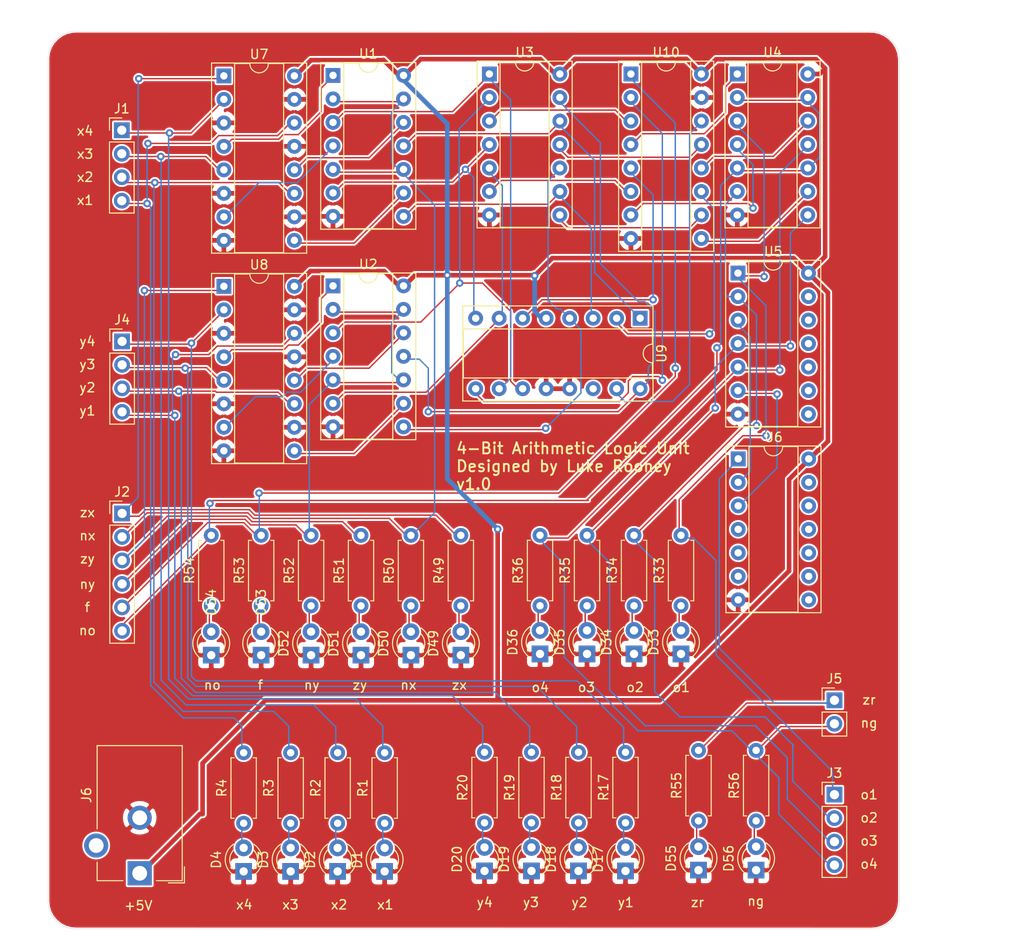
<source format=kicad_pcb>
(kicad_pcb (version 20171130) (host pcbnew "(5.1.6-0)")
  (layers (0 F.Cu signal) (31 B.Cu signal) (34 B.Paste user hide) (35 F.Paste user hide) (36 B.SilkS user hide) (37 F.SilkS user) (38 B.Mask user hide) (39 F.Mask user hide) (44 Edge.Cuts user))
  (net 0 "")
  (net 1 X_0)
  (net 2 X_1)
  (net 3 X_2)
  (net 4 X_3)
  (net 5 Y_0)
  (net 6 Y_1)
  (net 7 Y_2)
  (net 8 Y_3)
  (net 9 OUT_0)
  (net 10 OUT_1)
  (net 11 OUT_2)
  (net 12 NG)
  (net 13 ZX)
  (net 14 NX)
  (net 15 ZY)
  (net 16 NY)
  (net 17 F)
  (net 18 NO)
  (net 19 ZR)
  (net 20 +5V)
  (net 21 GND)
  (net 22 "Net-(U1-Pad12)")
  (net 23 "Net-(U1-Pad4)")
  (net 24 "Net-(U1-Pad9)")
  (net 25 "Net-(U2-Pad12)")
  (net 26 "Net-(U2-Pad4)")
  (net 27 "Net-(U2-Pad9)")
  (net 28 MUX_1_OUT_1)
  (net 29 MUX_1_OUT_3)
  (net 30 MUX_1_OUT_0)
  (net 31 MUX_1_OUT_2)
  (net 32 "Net-(U10-Pad9)")
  (net 33 "Net-(U10-Pad4)")
  (net 34 "Net-(U10-Pad12)")
  (net 35 "Net-(U10-Pad7)")
  (net 36 MUX_2_OUT_2)
  (net 37 MUX_2_OUT_0)
  (net 38 MUX_2_OUT_3)
  (net 39 MUX_2_OUT_1)
  (net 40 AND_OUT_2)
  (net 41 AND_OUT_0)
  (net 42 AND_OUT_3)
  (net 43 AND_OUT_1)
  (net 44 ADD_OUT_3)
  (net 45 ADD_OUT_1)
  (net 46 ADD_OUT_2)
  (net 47 ADD_OUT_0)
  (net 48 "Net-(D1-Pad2)")
  (net 49 "Net-(D2-Pad2)")
  (net 50 "Net-(D3-Pad2)")
  (net 51 "Net-(D4-Pad2)")
  (net 52 "Net-(D17-Pad2)")
  (net 53 "Net-(D18-Pad2)")
  (net 54 "Net-(D19-Pad2)")
  (net 55 "Net-(D20-Pad2)")
  (net 56 "Net-(D33-Pad2)")
  (net 57 "Net-(D34-Pad2)")
  (net 58 "Net-(D35-Pad2)")
  (net 59 "Net-(D36-Pad2)")
  (net 60 "Net-(D49-Pad2)")
  (net 61 "Net-(D50-Pad2)")
  (net 62 "Net-(D51-Pad2)")
  (net 63 "Net-(D52-Pad2)")
  (net 64 "Net-(D53-Pad2)")
  (net 65 "Net-(D54-Pad2)")
  (net 66 "Net-(D55-Pad2)")
  (net 67 "Net-(D56-Pad2)")
  (net 68 "Net-(U1-Pad1)")
  (net 69 "Net-(U2-Pad1)")
  (net 70 "Net-(U5-Pad8)")
  (net 71 "Net-(U5-Pad9)")
  (net 72 "Net-(U5-Pad3)")
  (net 73 "Net-(U5-Pad10)")
  (net 74 "Net-(U5-Pad11)")
  (net 75 "Net-(U5-Pad12)")
  (net 76 "Net-(U5-Pad13)")
  (net 77 "Net-(U6-Pad13)")
  (net 78 "Net-(U6-Pad6)")
  (net 79 "Net-(U6-Pad12)")
  (net 80 "Net-(U6-Pad5)")
  (net 81 "Net-(U6-Pad11)")
  (net 82 "Net-(U6-Pad4)")
  (net 83 "Net-(U6-Pad10)")
  (net 84 "Net-(U6-Pad9)")
  (net 85 "Net-(U6-Pad8)")
  (net 86 "Net-(U9-Pad14)")
  (net 87 "Net-(U5-Pad6)")
  (module LED_THT:LED_D3.0mm (layer F.Cu) (at 178.308 145.664 90)
    (fp_text reference D55 (at 1.27 -2.96 90) (layer F.SilkS))
    (fp_text value GREEN)
    (pad 1 thru_hole rect (at 0 0 90) (size 1.8 1.8) (drill 0.9) (layers *.Cu *.Mask) (net 21 GND))
    (pad 2 thru_hole circle (at 2.54 0 90) (size 1.8 1.8) (drill 0.9) (layers *.Cu *.Mask) (net 66 "Net-(D55-Pad2)"))
  )
  (module LED_THT:LED_D3.0mm (layer F.Cu) (at 184.536 145.664 90)
    (fp_text reference D56 (at 1.27 -2.96 90) (layer F.SilkS))
    (fp_text value GREEN)
    (pad 1 thru_hole rect (at 0 0 90) (size 1.8 1.8) (drill 0.9) (layers *.Cu *.Mask) (net 21 GND))
    (pad 2 thru_hole circle (at 2.54 0 90) (size 1.8 1.8) (drill 0.9) (layers *.Cu *.Mask) (net 67 "Net-(D56-Pad2)"))
  )
  (module Resistor_THT:R_Axial_DIN0207_L6.3mm_D2.5mm_P7.62mm_Horizontal (layer F.Cu) (at 178.308 140.332 90)
    (fp_text reference R55 (at 3.81 -2.37 90) (layer F.SilkS))
    (fp_text value 330)
    (pad 2 thru_hole oval (at 7.62 0 90) (size 1.6 1.6) (drill 0.8) (layers *.Cu *.Mask) (net 19 ZR))
    (pad 1 thru_hole circle (at 0 0 90) (size 1.6 1.6) (drill 0.8) (layers *.Cu *.Mask) (net 66 "Net-(D55-Pad2)"))
  )
  (module Resistor_THT:R_Axial_DIN0207_L6.3mm_D2.5mm_P7.62mm_Horizontal (layer F.Cu) (at 184.536 140.332 90)
    (fp_text reference R56 (at 3.81 -2.37 90) (layer F.SilkS))
    (fp_text value 330)
    (pad 2 thru_hole oval (at 7.62 0 90) (size 1.6 1.6) (drill 0.8) (layers *.Cu *.Mask) (net 12 NG))
    (pad 1 thru_hole circle (at 0 0 90) (size 1.6 1.6) (drill 0.8) (layers *.Cu *.Mask) (net 67 "Net-(D56-Pad2)"))
  )
  (module Package_DIP:DIP-14_W7.62mm_Socket (layer F.Cu) (at 182.5 59.6)
    (fp_text reference U4 (at 3.81 -2.33) (layer F.SilkS))
    (fp_text value 74LS86)
    (pad 1 thru_hole rect (at 0 0) (size 1.6 1.6) (drill 0.8) (layers *.Cu *.Mask) (net 33 "Net-(U10-Pad4)"))
    (pad 8 thru_hole oval (at 7.62 15.24) (size 1.6 1.6) (drill 0.8) (layers *.Cu *.Mask) (net 11 OUT_2))
    (pad 2 thru_hole oval (at 0 2.54) (size 1.6 1.6) (drill 0.8) (layers *.Cu *.Mask) (net 18 NO))
    (pad 9 thru_hole oval (at 7.62 12.7) (size 1.6 1.6) (drill 0.8) (layers *.Cu *.Mask) (net 32 "Net-(U10-Pad9)"))
    (pad 3 thru_hole oval (at 0 5.08) (size 1.6 1.6) (drill 0.8) (layers *.Cu *.Mask) (net 9 OUT_0))
    (pad 10 thru_hole oval (at 7.62 10.16) (size 1.6 1.6) (drill 0.8) (layers *.Cu *.Mask) (net 18 NO))
    (pad 4 thru_hole oval (at 0 7.62) (size 1.6 1.6) (drill 0.8) (layers *.Cu *.Mask) (net 35 "Net-(U10-Pad7)"))
    (pad 11 thru_hole oval (at 7.62 7.62) (size 1.6 1.6) (drill 0.8) (layers *.Cu *.Mask) (net 12 NG))
    (pad 5 thru_hole oval (at 0 10.16) (size 1.6 1.6) (drill 0.8) (layers *.Cu *.Mask) (net 18 NO))
    (pad 12 thru_hole oval (at 7.62 5.08) (size 1.6 1.6) (drill 0.8) (layers *.Cu *.Mask) (net 34 "Net-(U10-Pad12)"))
    (pad 6 thru_hole oval (at 0 12.7) (size 1.6 1.6) (drill 0.8) (layers *.Cu *.Mask) (net 10 OUT_1))
    (pad 13 thru_hole oval (at 7.62 2.54) (size 1.6 1.6) (drill 0.8) (layers *.Cu *.Mask) (net 18 NO))
    (pad 7 thru_hole oval (at 0 15.24) (size 1.6 1.6) (drill 0.8) (layers *.Cu *.Mask) (net 21 GND))
    (pad 14 thru_hole oval (at 7.62 0) (size 1.6 1.6) (drill 0.8) (layers *.Cu *.Mask) (net 20 +5V))
  )
  (module LED_THT:LED_D3.0mm (layer F.Cu) (at 144.379 145.797 90)
    (fp_text reference D1 (at 1.27 -2.96 90) (layer F.SilkS))
    (fp_text value RED)
    (pad 1 thru_hole rect (at 0 0 90) (size 1.8 1.8) (drill 0.9) (layers *.Cu *.Mask) (net 21 GND))
    (pad 2 thru_hole circle (at 2.54 0 90) (size 1.8 1.8) (drill 0.9) (layers *.Cu *.Mask) (net 48 "Net-(D1-Pad2)"))
  )
  (module LED_THT:LED_D3.0mm (layer F.Cu) (at 139.299 145.797 90)
    (fp_text reference D2 (at 1.27 -2.96 90) (layer F.SilkS))
    (fp_text value RED)
    (pad 2 thru_hole circle (at 2.54 0 90) (size 1.8 1.8) (drill 0.9) (layers *.Cu *.Mask) (net 49 "Net-(D2-Pad2)"))
    (pad 1 thru_hole rect (at 0 0 90) (size 1.8 1.8) (drill 0.9) (layers *.Cu *.Mask) (net 21 GND))
  )
  (module LED_THT:LED_D3.0mm (layer F.Cu) (at 134.219 145.797 90)
    (fp_text reference D3 (at 1.27 -2.96 90) (layer F.SilkS))
    (fp_text value RED)
    (pad 1 thru_hole rect (at 0 0 90) (size 1.8 1.8) (drill 0.9) (layers *.Cu *.Mask) (net 21 GND))
    (pad 2 thru_hole circle (at 2.54 0 90) (size 1.8 1.8) (drill 0.9) (layers *.Cu *.Mask) (net 50 "Net-(D3-Pad2)"))
  )
  (module LED_THT:LED_D3.0mm (layer F.Cu) (at 129.139 145.797 90)
    (fp_text reference D4 (at 1.27 -2.96 90) (layer F.SilkS))
    (fp_text value RED)
    (pad 2 thru_hole circle (at 2.54 0 90) (size 1.8 1.8) (drill 0.9) (layers *.Cu *.Mask) (net 51 "Net-(D4-Pad2)"))
    (pad 1 thru_hole rect (at 0 0 90) (size 1.8 1.8) (drill 0.9) (layers *.Cu *.Mask) (net 21 GND))
  )
  (module LED_THT:LED_D3.0mm (layer F.Cu) (at 170.414 145.749 90)
    (fp_text reference D17 (at 1.27 -2.96 90) (layer F.SilkS))
    (fp_text value RED)
    (pad 1 thru_hole rect (at 0 0 90) (size 1.8 1.8) (drill 0.9) (layers *.Cu *.Mask) (net 21 GND))
    (pad 2 thru_hole circle (at 2.54 0 90) (size 1.8 1.8) (drill 0.9) (layers *.Cu *.Mask) (net 52 "Net-(D17-Pad2)"))
  )
  (module LED_THT:LED_D3.0mm (layer F.Cu) (at 165.334 145.749 90)
    (fp_text reference D18 (at 1.27 -2.96 90) (layer F.SilkS))
    (fp_text value RED)
    (pad 2 thru_hole circle (at 2.54 0 90) (size 1.8 1.8) (drill 0.9) (layers *.Cu *.Mask) (net 53 "Net-(D18-Pad2)"))
    (pad 1 thru_hole rect (at 0 0 90) (size 1.8 1.8) (drill 0.9) (layers *.Cu *.Mask) (net 21 GND))
  )
  (module LED_THT:LED_D3.0mm (layer F.Cu) (at 160.254 145.749 90)
    (fp_text reference D19 (at 1.27 -2.96 90) (layer F.SilkS))
    (fp_text value RED)
    (pad 1 thru_hole rect (at 0 0 90) (size 1.8 1.8) (drill 0.9) (layers *.Cu *.Mask) (net 21 GND))
    (pad 2 thru_hole circle (at 2.54 0 90) (size 1.8 1.8) (drill 0.9) (layers *.Cu *.Mask) (net 54 "Net-(D19-Pad2)"))
  )
  (module LED_THT:LED_D3.0mm (layer F.Cu) (at 155.174 145.749 90)
    (fp_text reference D20 (at 1.27 -2.96 90) (layer F.SilkS))
    (fp_text value RED)
    (pad 2 thru_hole circle (at 2.54 0 90) (size 1.8 1.8) (drill 0.9) (layers *.Cu *.Mask) (net 55 "Net-(D20-Pad2)"))
    (pad 1 thru_hole rect (at 0 0 90) (size 1.8 1.8) (drill 0.9) (layers *.Cu *.Mask) (net 21 GND))
  )
  (module LED_THT:LED_D3.0mm (layer F.Cu) (at 176.416 122.289 90)
    (fp_text reference D33 (at 1.27 -2.96 90) (layer F.SilkS))
    (fp_text value RED)
    (pad 2 thru_hole circle (at 2.54 0 90) (size 1.8 1.8) (drill 0.9) (layers *.Cu *.Mask) (net 56 "Net-(D33-Pad2)"))
    (pad 1 thru_hole rect (at 0 0 90) (size 1.8 1.8) (drill 0.9) (layers *.Cu *.Mask) (net 21 GND))
  )
  (module LED_THT:LED_D3.0mm (layer F.Cu) (at 171.336 122.289 90)
    (fp_text reference D34 (at 1.27 -2.96 90) (layer F.SilkS))
    (fp_text value RED)
    (pad 2 thru_hole circle (at 2.54 0 90) (size 1.8 1.8) (drill 0.9) (layers *.Cu *.Mask) (net 57 "Net-(D34-Pad2)"))
    (pad 1 thru_hole rect (at 0 0 90) (size 1.8 1.8) (drill 0.9) (layers *.Cu *.Mask) (net 21 GND))
  )
  (module LED_THT:LED_D3.0mm (layer F.Cu) (at 166.256 122.289 90)
    (fp_text reference D35 (at 1.27 -2.96 90) (layer F.SilkS))
    (fp_text value RED)
    (pad 2 thru_hole circle (at 2.54 0 90) (size 1.8 1.8) (drill 0.9) (layers *.Cu *.Mask) (net 58 "Net-(D35-Pad2)"))
    (pad 1 thru_hole rect (at 0 0 90) (size 1.8 1.8) (drill 0.9) (layers *.Cu *.Mask) (net 21 GND))
  )
  (module LED_THT:LED_D3.0mm (layer F.Cu) (at 161.176 122.289 90)
    (fp_text reference D36 (at 1.27 -2.96 90) (layer F.SilkS))
    (fp_text value RED)
    (pad 2 thru_hole circle (at 2.54 0 90) (size 1.8 1.8) (drill 0.9) (layers *.Cu *.Mask) (net 59 "Net-(D36-Pad2)"))
    (pad 1 thru_hole rect (at 0 0 90) (size 1.8 1.8) (drill 0.9) (layers *.Cu *.Mask) (net 21 GND))
  )
  (module LED_THT:LED_D3.0mm (layer F.Cu) (at 152.616 122.424 90)
    (fp_text reference D49 (at 1.27 -2.96 90) (layer F.SilkS))
    (fp_text value BLUE)
    (pad 1 thru_hole rect (at 0 0 90) (size 1.8 1.8) (drill 0.9) (layers *.Cu *.Mask) (net 21 GND))
    (pad 2 thru_hole circle (at 2.54 0 90) (size 1.8 1.8) (drill 0.9) (layers *.Cu *.Mask) (net 60 "Net-(D49-Pad2)"))
  )
  (module LED_THT:LED_D3.0mm (layer F.Cu) (at 147.22 122.424 90)
    (fp_text reference D50 (at 1.27 -2.96 90) (layer F.SilkS))
    (fp_text value BLUE)
    (pad 1 thru_hole rect (at 0 0 90) (size 1.8 1.8) (drill 0.9) (layers *.Cu *.Mask) (net 21 GND))
    (pad 2 thru_hole circle (at 2.54 0 90) (size 1.8 1.8) (drill 0.9) (layers *.Cu *.Mask) (net 61 "Net-(D50-Pad2)"))
  )
  (module LED_THT:LED_D3.0mm (layer F.Cu) (at 141.824 122.424 90)
    (fp_text reference D51 (at 1.27 -2.96 90) (layer F.SilkS))
    (fp_text value BLUE)
    (pad 1 thru_hole rect (at 0 0 90) (size 1.8 1.8) (drill 0.9) (layers *.Cu *.Mask) (net 21 GND))
    (pad 2 thru_hole circle (at 2.54 0 90) (size 1.8 1.8) (drill 0.9) (layers *.Cu *.Mask) (net 62 "Net-(D51-Pad2)"))
  )
  (module LED_THT:LED_D3.0mm (layer F.Cu) (at 136.428 122.424 90)
    (fp_text reference D52 (at 1.27 -2.96 90) (layer F.SilkS))
    (fp_text value BLUE)
    (pad 1 thru_hole rect (at 0 0 90) (size 1.8 1.8) (drill 0.9) (layers *.Cu *.Mask) (net 21 GND))
    (pad 2 thru_hole circle (at 2.54 0 90) (size 1.8 1.8) (drill 0.9) (layers *.Cu *.Mask) (net 63 "Net-(D52-Pad2)"))
  )
  (module LED_THT:LED_D3.0mm (layer F.Cu) (at 131.032 122.424 90)
    (fp_text reference D53 (at 5.715 0 90) (layer F.SilkS))
    (fp_text value BLUE hide)
    (pad 1 thru_hole rect (at 0 0 90) (size 1.8 1.8) (drill 0.9) (layers *.Cu *.Mask) (net 21 GND))
    (pad 2 thru_hole circle (at 2.54 0 90) (size 1.8 1.8) (drill 0.9) (layers *.Cu *.Mask) (net 64 "Net-(D53-Pad2)"))
  )
  (module LED_THT:LED_D3.0mm (layer F.Cu) (at 125.636 122.424 90)
    (fp_text reference D54 (at 5.715 0 90) (layer F.SilkS))
    (fp_text value BLUE hide)
    (pad 1 thru_hole rect (at 0 0 90) (size 1.8 1.8) (drill 0.9) (layers *.Cu *.Mask) (net 21 GND))
    (pad 2 thru_hole circle (at 2.54 0 90) (size 1.8 1.8) (drill 0.9) (layers *.Cu *.Mask) (net 65 "Net-(D54-Pad2)"))
  )
  (module Connector_PinHeader_2.54mm:PinHeader_1x06_P2.54mm_Vertical (layer F.Cu) (at 116 107.1)
    (fp_text reference J2 (at 0 -2.33) (layer F.SilkS))
    (fp_text value Conn_01x06_Male)
    (pad 1 thru_hole rect (at 0 0) (size 1.7 1.7) (drill 1) (layers *.Cu *.Mask) (net 13 ZX))
    (pad 2 thru_hole oval (at 0 2.54) (size 1.7 1.7) (drill 1) (layers *.Cu *.Mask) (net 14 NX))
    (pad 3 thru_hole oval (at 0 5.08) (size 1.7 1.7) (drill 1) (layers *.Cu *.Mask) (net 15 ZY))
    (pad 4 thru_hole oval (at 0 7.62) (size 1.7 1.7) (drill 1) (layers *.Cu *.Mask) (net 16 NY))
    (pad 5 thru_hole oval (at 0 10.16) (size 1.7 1.7) (drill 1) (layers *.Cu *.Mask) (net 17 F))
    (pad 6 thru_hole oval (at 0 12.7) (size 1.7 1.7) (drill 1) (layers *.Cu *.Mask) (net 18 NO))
  )
  (module Connector_PinHeader_2.54mm:PinHeader_1x02_P2.54mm_Vertical (layer F.Cu) (at 193 127.3)
    (fp_text reference J5 (at 0 -2.33) (layer F.SilkS))
    (fp_text value Conn_01x02_Male)
    (pad 1 thru_hole rect (at 0 0) (size 1.7 1.7) (drill 1) (layers *.Cu *.Mask) (net 19 ZR))
    (pad 2 thru_hole oval (at 0 2.54) (size 1.7 1.7) (drill 1) (layers *.Cu *.Mask) (net 12 NG))
  )
  (module Connector_BarrelJack:BarrelJack_CUI_PJ-102AH_Horizontal (layer F.Cu) (at 117.9 146 180)
    (fp_text reference J6 (at 5.75 8.45 90) (layer F.SilkS))
    (fp_text value Barrel_Jack)
    (pad 1 thru_hole rect (at 0 0 180) (size 2.6 2.6) (drill 1.6) (layers *.Cu *.Mask) (net 20 +5V))
    (pad 2 thru_hole circle (at 0 6 180) (size 2.6 2.6) (drill 1.6) (layers *.Cu *.Mask) (net 21 GND))
    (pad 3 thru_hole circle (at 4.7 3 180) (size 2.6 2.6) (drill 1.6) (layers *.Cu *.Mask))
  )
  (module Resistor_THT:R_Axial_DIN0207_L6.3mm_D2.5mm_P7.62mm_Horizontal (layer F.Cu) (at 144.379 140.592 90)
    (fp_text reference R1 (at 3.81 -2.37 90) (layer F.SilkS))
    (fp_text value 330)
    (pad 1 thru_hole circle (at 0 0 90) (size 1.6 1.6) (drill 0.8) (layers *.Cu *.Mask) (net 48 "Net-(D1-Pad2)"))
    (pad 2 thru_hole oval (at 7.62 0 90) (size 1.6 1.6) (drill 0.8) (layers *.Cu *.Mask) (net 1 X_0))
  )
  (module Resistor_THT:R_Axial_DIN0207_L6.3mm_D2.5mm_P7.62mm_Horizontal (layer F.Cu) (at 139.299 140.592 90)
    (fp_text reference R2 (at 3.81 -2.37 90) (layer F.SilkS))
    (fp_text value 330)
    (pad 1 thru_hole circle (at 0 0 90) (size 1.6 1.6) (drill 0.8) (layers *.Cu *.Mask) (net 49 "Net-(D2-Pad2)"))
    (pad 2 thru_hole oval (at 7.62 0 90) (size 1.6 1.6) (drill 0.8) (layers *.Cu *.Mask) (net 2 X_1))
  )
  (module Resistor_THT:R_Axial_DIN0207_L6.3mm_D2.5mm_P7.62mm_Horizontal (layer F.Cu) (at 134.219 140.592 90)
    (fp_text reference R3 (at 3.81 -2.37 90) (layer F.SilkS))
    (fp_text value 330)
    (pad 1 thru_hole circle (at 0 0 90) (size 1.6 1.6) (drill 0.8) (layers *.Cu *.Mask) (net 50 "Net-(D3-Pad2)"))
    (pad 2 thru_hole oval (at 7.62 0 90) (size 1.6 1.6) (drill 0.8) (layers *.Cu *.Mask) (net 3 X_2))
  )
  (module Resistor_THT:R_Axial_DIN0207_L6.3mm_D2.5mm_P7.62mm_Horizontal (layer F.Cu) (at 129.139 140.592 90)
    (fp_text reference R4 (at 3.81 -2.37 90) (layer F.SilkS))
    (fp_text value 330)
    (pad 1 thru_hole circle (at 0 0 90) (size 1.6 1.6) (drill 0.8) (layers *.Cu *.Mask) (net 51 "Net-(D4-Pad2)"))
    (pad 2 thru_hole oval (at 7.62 0 90) (size 1.6 1.6) (drill 0.8) (layers *.Cu *.Mask) (net 4 X_3))
  )
  (module Resistor_THT:R_Axial_DIN0207_L6.3mm_D2.5mm_P7.62mm_Horizontal (layer F.Cu) (at 170.414 140.544 90)
    (fp_text reference R17 (at 3.81 -2.37 90) (layer F.SilkS))
    (fp_text value 330)
    (pad 1 thru_hole circle (at 0 0 90) (size 1.6 1.6) (drill 0.8) (layers *.Cu *.Mask) (net 52 "Net-(D17-Pad2)"))
    (pad 2 thru_hole oval (at 7.62 0 90) (size 1.6 1.6) (drill 0.8) (layers *.Cu *.Mask) (net 5 Y_0))
  )
  (module Resistor_THT:R_Axial_DIN0207_L6.3mm_D2.5mm_P7.62mm_Horizontal (layer F.Cu) (at 165.334 140.544 90)
    (fp_text reference R18 (at 3.81 -2.37 90) (layer F.SilkS))
    (fp_text value 330)
    (pad 1 thru_hole circle (at 0 0 90) (size 1.6 1.6) (drill 0.8) (layers *.Cu *.Mask) (net 53 "Net-(D18-Pad2)"))
    (pad 2 thru_hole oval (at 7.62 0 90) (size 1.6 1.6) (drill 0.8) (layers *.Cu *.Mask) (net 6 Y_1))
  )
  (module Resistor_THT:R_Axial_DIN0207_L6.3mm_D2.5mm_P7.62mm_Horizontal (layer F.Cu) (at 160.254 140.544 90)
    (fp_text reference R19 (at 3.81 -2.37 90) (layer F.SilkS))
    (fp_text value 330)
    (pad 1 thru_hole circle (at 0 0 90) (size 1.6 1.6) (drill 0.8) (layers *.Cu *.Mask) (net 54 "Net-(D19-Pad2)"))
    (pad 2 thru_hole oval (at 7.62 0 90) (size 1.6 1.6) (drill 0.8) (layers *.Cu *.Mask) (net 7 Y_2))
  )
  (module Resistor_THT:R_Axial_DIN0207_L6.3mm_D2.5mm_P7.62mm_Horizontal (layer F.Cu) (at 155.174 140.544 90)
    (fp_text reference R20 (at 3.81 -2.37 90) (layer F.SilkS))
    (fp_text value 330)
    (pad 1 thru_hole circle (at 0 0 90) (size 1.6 1.6) (drill 0.8) (layers *.Cu *.Mask) (net 55 "Net-(D20-Pad2)"))
    (pad 2 thru_hole oval (at 7.62 0 90) (size 1.6 1.6) (drill 0.8) (layers *.Cu *.Mask) (net 8 Y_3))
  )
  (module Resistor_THT:R_Axial_DIN0207_L6.3mm_D2.5mm_P7.62mm_Horizontal (layer F.Cu) (at 176.416 117.084 90)
    (fp_text reference R33 (at 3.81 -2.37 90) (layer F.SilkS))
    (fp_text value 330)
    (pad 2 thru_hole oval (at 7.62 0 90) (size 1.6 1.6) (drill 0.8) (layers *.Cu *.Mask) (net 9 OUT_0))
    (pad 1 thru_hole circle (at 0 0 90) (size 1.6 1.6) (drill 0.8) (layers *.Cu *.Mask) (net 56 "Net-(D33-Pad2)"))
  )
  (module Resistor_THT:R_Axial_DIN0207_L6.3mm_D2.5mm_P7.62mm_Horizontal (layer F.Cu) (at 171.336 117.084 90)
    (fp_text reference R34 (at 3.81 -2.37 90) (layer F.SilkS))
    (fp_text value 330)
    (pad 2 thru_hole oval (at 7.62 0 90) (size 1.6 1.6) (drill 0.8) (layers *.Cu *.Mask) (net 10 OUT_1))
    (pad 1 thru_hole circle (at 0 0 90) (size 1.6 1.6) (drill 0.8) (layers *.Cu *.Mask) (net 57 "Net-(D34-Pad2)"))
  )
  (module Resistor_THT:R_Axial_DIN0207_L6.3mm_D2.5mm_P7.62mm_Horizontal (layer F.Cu) (at 166.256 117.084 90)
    (fp_text reference R35 (at 3.81 -2.37 90) (layer F.SilkS))
    (fp_text value 330)
    (pad 2 thru_hole oval (at 7.62 0 90) (size 1.6 1.6) (drill 0.8) (layers *.Cu *.Mask) (net 11 OUT_2))
    (pad 1 thru_hole circle (at 0 0 90) (size 1.6 1.6) (drill 0.8) (layers *.Cu *.Mask) (net 58 "Net-(D35-Pad2)"))
  )
  (module Resistor_THT:R_Axial_DIN0207_L6.3mm_D2.5mm_P7.62mm_Horizontal (layer F.Cu) (at 161.176 117.084 90)
    (fp_text reference R36 (at 3.81 -2.37 90) (layer F.SilkS))
    (fp_text value 330)
    (pad 2 thru_hole oval (at 7.62 0 90) (size 1.6 1.6) (drill 0.8) (layers *.Cu *.Mask) (net 12 NG))
    (pad 1 thru_hole circle (at 0 0 90) (size 1.6 1.6) (drill 0.8) (layers *.Cu *.Mask) (net 59 "Net-(D36-Pad2)"))
  )
  (module Resistor_THT:R_Axial_DIN0207_L6.3mm_D2.5mm_P7.62mm_Horizontal (layer F.Cu) (at 152.616 117.092 90)
    (fp_text reference R49 (at 3.81 -2.37 90) (layer F.SilkS))
    (fp_text value 160)
    (pad 2 thru_hole oval (at 7.62 0 90) (size 1.6 1.6) (drill 0.8) (layers *.Cu *.Mask) (net 13 ZX))
    (pad 1 thru_hole circle (at 0 0 90) (size 1.6 1.6) (drill 0.8) (layers *.Cu *.Mask) (net 60 "Net-(D49-Pad2)"))
  )
  (module Resistor_THT:R_Axial_DIN0207_L6.3mm_D2.5mm_P7.62mm_Horizontal (layer F.Cu) (at 147.22 117.092 90)
    (fp_text reference R50 (at 3.81 -2.37 90) (layer F.SilkS))
    (fp_text value 160)
    (pad 2 thru_hole oval (at 7.62 0 90) (size 1.6 1.6) (drill 0.8) (layers *.Cu *.Mask) (net 14 NX))
    (pad 1 thru_hole circle (at 0 0 90) (size 1.6 1.6) (drill 0.8) (layers *.Cu *.Mask) (net 61 "Net-(D50-Pad2)"))
  )
  (module Resistor_THT:R_Axial_DIN0207_L6.3mm_D2.5mm_P7.62mm_Horizontal (layer F.Cu) (at 141.824 117.092 90)
    (fp_text reference R51 (at 3.81 -2.37 90) (layer F.SilkS))
    (fp_text value 160)
    (pad 2 thru_hole oval (at 7.62 0 90) (size 1.6 1.6) (drill 0.8) (layers *.Cu *.Mask) (net 15 ZY))
    (pad 1 thru_hole circle (at 0 0 90) (size 1.6 1.6) (drill 0.8) (layers *.Cu *.Mask) (net 62 "Net-(D51-Pad2)"))
  )
  (module Resistor_THT:R_Axial_DIN0207_L6.3mm_D2.5mm_P7.62mm_Horizontal (layer F.Cu) (at 136.428 117.092 90)
    (fp_text reference R52 (at 3.81 -2.37 90) (layer F.SilkS))
    (fp_text value 160)
    (pad 2 thru_hole oval (at 7.62 0 90) (size 1.6 1.6) (drill 0.8) (layers *.Cu *.Mask) (net 16 NY))
    (pad 1 thru_hole circle (at 0 0 90) (size 1.6 1.6) (drill 0.8) (layers *.Cu *.Mask) (net 63 "Net-(D52-Pad2)"))
  )
  (module Resistor_THT:R_Axial_DIN0207_L6.3mm_D2.5mm_P7.62mm_Horizontal (layer F.Cu) (at 131.032 117.092 90)
    (fp_text reference R53 (at 3.81 -2.37 90) (layer F.SilkS))
    (fp_text value 160)
    (pad 2 thru_hole oval (at 7.62 0 90) (size 1.6 1.6) (drill 0.8) (layers *.Cu *.Mask) (net 17 F))
    (pad 1 thru_hole circle (at 0 0 90) (size 1.6 1.6) (drill 0.8) (layers *.Cu *.Mask) (net 64 "Net-(D53-Pad2)"))
  )
  (module Resistor_THT:R_Axial_DIN0207_L6.3mm_D2.5mm_P7.62mm_Horizontal (layer F.Cu) (at 125.636 117.092 90)
    (fp_text reference R54 (at 3.81 -2.37 90) (layer F.SilkS))
    (fp_text value 160)
    (pad 2 thru_hole oval (at 7.62 0 90) (size 1.6 1.6) (drill 0.8) (layers *.Cu *.Mask) (net 18 NO))
    (pad 1 thru_hole circle (at 0 0 90) (size 1.6 1.6) (drill 0.8) (layers *.Cu *.Mask) (net 65 "Net-(D54-Pad2)"))
  )
  (module Connector_PinHeader_2.54mm:PinHeader_1x04_P2.54mm_Vertical (layer F.Cu) (at 193 137.5)
    (fp_text reference J3 (at 0 -2.33) (layer F.SilkS))
    (fp_text value Conn_01x04_Male)
    (pad 4 thru_hole oval (at 0 7.62) (size 1.7 1.7) (drill 1) (layers *.Cu *.Mask) (net 12 NG))
    (pad 3 thru_hole oval (at 0 5.08) (size 1.7 1.7) (drill 1) (layers *.Cu *.Mask) (net 11 OUT_2))
    (pad 2 thru_hole oval (at 0 2.54) (size 1.7 1.7) (drill 1) (layers *.Cu *.Mask) (net 10 OUT_1))
    (pad 1 thru_hole rect (at 0 0) (size 1.7 1.7) (drill 1) (layers *.Cu *.Mask) (net 9 OUT_0))
  )
  (module Connector_PinHeader_2.54mm:PinHeader_1x04_P2.54mm_Vertical (layer F.Cu) (at 116 88.5)
    (fp_text reference J4 (at 0 -2.33) (layer F.SilkS))
    (fp_text value Conn_01x04_Male)
    (pad 1 thru_hole rect (at 0 0) (size 1.7 1.7) (drill 1) (layers *.Cu *.Mask) (net 5 Y_0))
    (pad 2 thru_hole oval (at 0 2.54) (size 1.7 1.7) (drill 1) (layers *.Cu *.Mask) (net 6 Y_1))
    (pad 3 thru_hole oval (at 0 5.08) (size 1.7 1.7) (drill 1) (layers *.Cu *.Mask) (net 7 Y_2))
    (pad 4 thru_hole oval (at 0 7.62) (size 1.7 1.7) (drill 1) (layers *.Cu *.Mask) (net 8 Y_3))
  )
  (module Package_DIP:DIP-14_W7.62mm_Socket (layer F.Cu) (at 138.8 59.75)
    (fp_text reference U1 (at 3.81 -2.33) (layer F.SilkS))
    (fp_text value 74LS86)
    (pad 1 thru_hole rect (at 0 0) (size 1.6 1.6) (drill 0.8) (layers *.Cu *.Mask) (net 68 "Net-(U1-Pad1)"))
    (pad 8 thru_hole oval (at 7.62 15.24) (size 1.6 1.6) (drill 0.8) (layers *.Cu *.Mask) (net 31 MUX_1_OUT_2))
    (pad 2 thru_hole oval (at 0 2.54) (size 1.6 1.6) (drill 0.8) (layers *.Cu *.Mask) (net 14 NX))
    (pad 9 thru_hole oval (at 7.62 12.7) (size 1.6 1.6) (drill 0.8) (layers *.Cu *.Mask) (net 24 "Net-(U1-Pad9)"))
    (pad 3 thru_hole oval (at 0 5.08) (size 1.6 1.6) (drill 0.8) (layers *.Cu *.Mask) (net 30 MUX_1_OUT_0))
    (pad 10 thru_hole oval (at 7.62 10.16) (size 1.6 1.6) (drill 0.8) (layers *.Cu *.Mask) (net 14 NX))
    (pad 4 thru_hole oval (at 0 7.62) (size 1.6 1.6) (drill 0.8) (layers *.Cu *.Mask) (net 23 "Net-(U1-Pad4)"))
    (pad 11 thru_hole oval (at 7.62 7.62) (size 1.6 1.6) (drill 0.8) (layers *.Cu *.Mask) (net 29 MUX_1_OUT_3))
    (pad 5 thru_hole oval (at 0 10.16) (size 1.6 1.6) (drill 0.8) (layers *.Cu *.Mask) (net 14 NX))
    (pad 12 thru_hole oval (at 7.62 5.08) (size 1.6 1.6) (drill 0.8) (layers *.Cu *.Mask) (net 22 "Net-(U1-Pad12)"))
    (pad 6 thru_hole oval (at 0 12.7) (size 1.6 1.6) (drill 0.8) (layers *.Cu *.Mask) (net 28 MUX_1_OUT_1))
    (pad 13 thru_hole oval (at 7.62 2.54) (size 1.6 1.6) (drill 0.8) (layers *.Cu *.Mask) (net 14 NX))
    (pad 7 thru_hole oval (at 0 15.24) (size 1.6 1.6) (drill 0.8) (layers *.Cu *.Mask) (net 21 GND))
    (pad 14 thru_hole oval (at 7.62 0) (size 1.6 1.6) (drill 0.8) (layers *.Cu *.Mask) (net 20 +5V))
  )
  (module Package_DIP:DIP-14_W7.62mm_Socket (layer F.Cu) (at 138.8 82.5)
    (fp_text reference U2 (at 3.81 -2.33) (layer F.SilkS))
    (fp_text value 74LS86)
    (pad 14 thru_hole oval (at 7.62 0) (size 1.6 1.6) (drill 0.8) (layers *.Cu *.Mask) (net 20 +5V))
    (pad 7 thru_hole oval (at 0 15.24) (size 1.6 1.6) (drill 0.8) (layers *.Cu *.Mask) (net 21 GND))
    (pad 13 thru_hole oval (at 7.62 2.54) (size 1.6 1.6) (drill 0.8) (layers *.Cu *.Mask) (net 16 NY))
    (pad 6 thru_hole oval (at 0 12.7) (size 1.6 1.6) (drill 0.8) (layers *.Cu *.Mask) (net 39 MUX_2_OUT_1))
    (pad 12 thru_hole oval (at 7.62 5.08) (size 1.6 1.6) (drill 0.8) (layers *.Cu *.Mask) (net 25 "Net-(U2-Pad12)"))
    (pad 5 thru_hole oval (at 0 10.16) (size 1.6 1.6) (drill 0.8) (layers *.Cu *.Mask) (net 16 NY))
    (pad 11 thru_hole oval (at 7.62 7.62) (size 1.6 1.6) (drill 0.8) (layers *.Cu *.Mask) (net 38 MUX_2_OUT_3))
    (pad 4 thru_hole oval (at 0 7.62) (size 1.6 1.6) (drill 0.8) (layers *.Cu *.Mask) (net 26 "Net-(U2-Pad4)"))
    (pad 10 thru_hole oval (at 7.62 10.16) (size 1.6 1.6) (drill 0.8) (layers *.Cu *.Mask) (net 16 NY))
    (pad 3 thru_hole oval (at 0 5.08) (size 1.6 1.6) (drill 0.8) (layers *.Cu *.Mask) (net 37 MUX_2_OUT_0))
    (pad 9 thru_hole oval (at 7.62 12.7) (size 1.6 1.6) (drill 0.8) (layers *.Cu *.Mask) (net 27 "Net-(U2-Pad9)"))
    (pad 2 thru_hole oval (at 0 2.54) (size 1.6 1.6) (drill 0.8) (layers *.Cu *.Mask) (net 16 NY))
    (pad 8 thru_hole oval (at 7.62 15.24) (size 1.6 1.6) (drill 0.8) (layers *.Cu *.Mask) (net 36 MUX_2_OUT_2))
    (pad 1 thru_hole rect (at 0 0) (size 1.6 1.6) (drill 0.8) (layers *.Cu *.Mask) (net 69 "Net-(U2-Pad1)"))
  )
  (module Package_DIP:DIP-14_W7.62mm_Socket (layer F.Cu) (at 155.7 59.6)
    (fp_text reference U3 (at 3.81 -2.33) (layer F.SilkS))
    (fp_text value 74LS08)
    (pad 14 thru_hole oval (at 7.62 0) (size 1.6 1.6) (drill 0.8) (layers *.Cu *.Mask) (net 20 +5V))
    (pad 7 thru_hole oval (at 0 15.24) (size 1.6 1.6) (drill 0.8) (layers *.Cu *.Mask) (net 21 GND))
    (pad 13 thru_hole oval (at 7.62 2.54) (size 1.6 1.6) (drill 0.8) (layers *.Cu *.Mask) (net 38 MUX_2_OUT_3))
    (pad 6 thru_hole oval (at 0 12.7) (size 1.6 1.6) (drill 0.8) (layers *.Cu *.Mask) (net 43 AND_OUT_1))
    (pad 12 thru_hole oval (at 7.62 5.08) (size 1.6 1.6) (drill 0.8) (layers *.Cu *.Mask) (net 29 MUX_1_OUT_3))
    (pad 5 thru_hole oval (at 0 10.16) (size 1.6 1.6) (drill 0.8) (layers *.Cu *.Mask) (net 39 MUX_2_OUT_1))
    (pad 11 thru_hole oval (at 7.62 7.62) (size 1.6 1.6) (drill 0.8) (layers *.Cu *.Mask) (net 42 AND_OUT_3))
    (pad 4 thru_hole oval (at 0 7.62) (size 1.6 1.6) (drill 0.8) (layers *.Cu *.Mask) (net 28 MUX_1_OUT_1))
    (pad 10 thru_hole oval (at 7.62 10.16) (size 1.6 1.6) (drill 0.8) (layers *.Cu *.Mask) (net 36 MUX_2_OUT_2))
    (pad 3 thru_hole oval (at 0 5.08) (size 1.6 1.6) (drill 0.8) (layers *.Cu *.Mask) (net 41 AND_OUT_0))
    (pad 9 thru_hole oval (at 7.62 12.7) (size 1.6 1.6) (drill 0.8) (layers *.Cu *.Mask) (net 31 MUX_1_OUT_2))
    (pad 2 thru_hole oval (at 0 2.54) (size 1.6 1.6) (drill 0.8) (layers *.Cu *.Mask) (net 37 MUX_2_OUT_0))
    (pad 8 thru_hole oval (at 7.62 15.24) (size 1.6 1.6) (drill 0.8) (layers *.Cu *.Mask) (net 40 AND_OUT_2))
    (pad 1 thru_hole rect (at 0 0) (size 1.6 1.6) (drill 0.8) (layers *.Cu *.Mask) (net 30 MUX_1_OUT_0))
  )
  (module Package_DIP:DIP-14_W7.62mm_Socket (layer F.Cu) (at 182.575001 81.125001)
    (fp_text reference U5 (at 3.81 -2.33) (layer F.SilkS))
    (fp_text value 74LS32)
    (pad 1 thru_hole rect (at 0 0) (size 1.6 1.6) (drill 0.8) (layers *.Cu *.Mask) (net 9 OUT_0))
    (pad 8 thru_hole oval (at 7.62 15.24) (size 1.6 1.6) (drill 0.8) (layers *.Cu *.Mask) (net 70 "Net-(U5-Pad8)"))
    (pad 2 thru_hole oval (at 0 2.54) (size 1.6 1.6) (drill 0.8) (layers *.Cu *.Mask) (net 10 OUT_1))
    (pad 9 thru_hole oval (at 7.62 12.7) (size 1.6 1.6) (drill 0.8) (layers *.Cu *.Mask) (net 71 "Net-(U5-Pad9)"))
    (pad 3 thru_hole oval (at 0 5.08) (size 1.6 1.6) (drill 0.8) (layers *.Cu *.Mask) (net 72 "Net-(U5-Pad3)"))
    (pad 10 thru_hole oval (at 7.62 10.16) (size 1.6 1.6) (drill 0.8) (layers *.Cu *.Mask) (net 73 "Net-(U5-Pad10)"))
    (pad 4 thru_hole oval (at 0 7.62) (size 1.6 1.6) (drill 0.8) (layers *.Cu *.Mask) (net 11 OUT_2))
    (pad 11 thru_hole oval (at 7.62 7.62) (size 1.6 1.6) (drill 0.8) (layers *.Cu *.Mask) (net 74 "Net-(U5-Pad11)"))
    (pad 5 thru_hole oval (at 0 10.16) (size 1.6 1.6) (drill 0.8) (layers *.Cu *.Mask) (net 12 NG))
    (pad 12 thru_hole oval (at 7.62 5.08) (size 1.6 1.6) (drill 0.8) (layers *.Cu *.Mask) (net 75 "Net-(U5-Pad12)"))
    (pad 6 thru_hole oval (at 0 12.7) (size 1.6 1.6) (drill 0.8) (layers *.Cu *.Mask) (net 87 "Net-(U5-Pad6)"))
    (pad 13 thru_hole oval (at 7.62 2.54) (size 1.6 1.6) (drill 0.8) (layers *.Cu *.Mask) (net 76 "Net-(U5-Pad13)"))
    (pad 7 thru_hole oval (at 0 15.24) (size 1.6 1.6) (drill 0.8) (layers *.Cu *.Mask) (net 21 GND))
    (pad 14 thru_hole oval (at 7.62 0) (size 1.6 1.6) (drill 0.8) (layers *.Cu *.Mask) (net 20 +5V))
  )
  (module Package_DIP:DIP-14_W7.62mm_Socket (layer F.Cu) (at 182.6 101.2)
    (fp_text reference U6 (at 3.81 -2.33) (layer F.SilkS))
    (fp_text value 74LS02)
    (pad 14 thru_hole oval (at 7.62 0) (size 1.6 1.6) (drill 0.8) (layers *.Cu *.Mask) (net 20 +5V))
    (pad 7 thru_hole oval (at 0 15.24) (size 1.6 1.6) (drill 0.8) (layers *.Cu *.Mask) (net 21 GND))
    (pad 13 thru_hole oval (at 7.62 2.54) (size 1.6 1.6) (drill 0.8) (layers *.Cu *.Mask) (net 77 "Net-(U6-Pad13)"))
    (pad 6 thru_hole oval (at 0 12.7) (size 1.6 1.6) (drill 0.8) (layers *.Cu *.Mask) (net 78 "Net-(U6-Pad6)"))
    (pad 12 thru_hole oval (at 7.62 5.08) (size 1.6 1.6) (drill 0.8) (layers *.Cu *.Mask) (net 79 "Net-(U6-Pad12)"))
    (pad 5 thru_hole oval (at 0 10.16) (size 1.6 1.6) (drill 0.8) (layers *.Cu *.Mask) (net 80 "Net-(U6-Pad5)"))
    (pad 11 thru_hole oval (at 7.62 7.62) (size 1.6 1.6) (drill 0.8) (layers *.Cu *.Mask) (net 81 "Net-(U6-Pad11)"))
    (pad 4 thru_hole oval (at 0 7.62) (size 1.6 1.6) (drill 0.8) (layers *.Cu *.Mask) (net 82 "Net-(U6-Pad4)"))
    (pad 10 thru_hole oval (at 7.62 10.16) (size 1.6 1.6) (drill 0.8) (layers *.Cu *.Mask) (net 83 "Net-(U6-Pad10)"))
    (pad 3 thru_hole oval (at 0 5.08) (size 1.6 1.6) (drill 0.8) (layers *.Cu *.Mask) (net 87 "Net-(U5-Pad6)"))
    (pad 9 thru_hole oval (at 7.62 12.7) (size 1.6 1.6) (drill 0.8) (layers *.Cu *.Mask) (net 84 "Net-(U6-Pad9)"))
    (pad 2 thru_hole oval (at 0 2.54) (size 1.6 1.6) (drill 0.8) (layers *.Cu *.Mask) (net 72 "Net-(U5-Pad3)"))
    (pad 8 thru_hole oval (at 7.62 15.24) (size 1.6 1.6) (drill 0.8) (layers *.Cu *.Mask) (net 85 "Net-(U6-Pad8)"))
    (pad 1 thru_hole rect (at 0 0) (size 1.6 1.6) (drill 0.8) (layers *.Cu *.Mask) (net 19 ZR))
  )
  (module Package_DIP:DIP-16_W7.62mm_Socket (layer F.Cu) (at 127 59.8)
    (fp_text reference U7 (at 3.81 -2.33) (layer F.SilkS))
    (fp_text value 74LS157)
    (pad 1 thru_hole rect (at 0 0) (size 1.6 1.6) (drill 0.8) (layers *.Cu *.Mask) (net 13 ZX))
    (pad 9 thru_hole oval (at 7.62 17.78) (size 1.6 1.6) (drill 0.8) (layers *.Cu *.Mask) (net 24 "Net-(U1-Pad9)"))
    (pad 2 thru_hole oval (at 0 2.54) (size 1.6 1.6) (drill 0.8) (layers *.Cu *.Mask) (net 1 X_0))
    (pad 10 thru_hole oval (at 7.62 15.24) (size 1.6 1.6) (drill 0.8) (layers *.Cu *.Mask) (net 21 GND))
    (pad 3 thru_hole oval (at 0 5.08) (size 1.6 1.6) (drill 0.8) (layers *.Cu *.Mask) (net 21 GND))
    (pad 11 thru_hole oval (at 7.62 12.7) (size 1.6 1.6) (drill 0.8) (layers *.Cu *.Mask) (net 3 X_2))
    (pad 4 thru_hole oval (at 0 7.62) (size 1.6 1.6) (drill 0.8) (layers *.Cu *.Mask) (net 68 "Net-(U1-Pad1)"))
    (pad 12 thru_hole oval (at 7.62 10.16) (size 1.6 1.6) (drill 0.8) (layers *.Cu *.Mask) (net 22 "Net-(U1-Pad12)"))
    (pad 5 thru_hole oval (at 0 10.16) (size 1.6 1.6) (drill 0.8) (layers *.Cu *.Mask) (net 2 X_1))
    (pad 13 thru_hole oval (at 7.62 7.62) (size 1.6 1.6) (drill 0.8) (layers *.Cu *.Mask) (net 21 GND))
    (pad 6 thru_hole oval (at 0 12.7) (size 1.6 1.6) (drill 0.8) (layers *.Cu *.Mask) (net 21 GND))
    (pad 14 thru_hole oval (at 7.62 5.08) (size 1.6 1.6) (drill 0.8) (layers *.Cu *.Mask) (net 4 X_3))
    (pad 7 thru_hole oval (at 0 15.24) (size 1.6 1.6) (drill 0.8) (layers *.Cu *.Mask) (net 23 "Net-(U1-Pad4)"))
    (pad 15 thru_hole oval (at 7.62 2.54) (size 1.6 1.6) (drill 0.8) (layers *.Cu *.Mask) (net 21 GND))
    (pad 8 thru_hole oval (at 0 17.78) (size 1.6 1.6) (drill 0.8) (layers *.Cu *.Mask) (net 21 GND))
    (pad 16 thru_hole oval (at 7.62 0) (size 1.6 1.6) (drill 0.8) (layers *.Cu *.Mask) (net 20 +5V))
  )
  (module Package_DIP:DIP-16_W7.62mm_Socket (layer F.Cu) (at 127 82.55)
    (fp_text reference U8 (at 3.81 -2.33) (layer F.SilkS))
    (fp_text value 74LS157)
    (pad 16 thru_hole oval (at 7.62 0) (size 1.6 1.6) (drill 0.8) (layers *.Cu *.Mask) (net 20 +5V))
    (pad 8 thru_hole oval (at 0 17.78) (size 1.6 1.6) (drill 0.8) (layers *.Cu *.Mask) (net 21 GND))
    (pad 15 thru_hole oval (at 7.62 2.54) (size 1.6 1.6) (drill 0.8) (layers *.Cu *.Mask) (net 21 GND))
    (pad 7 thru_hole oval (at 0 15.24) (size 1.6 1.6) (drill 0.8) (layers *.Cu *.Mask) (net 26 "Net-(U2-Pad4)"))
    (pad 14 thru_hole oval (at 7.62 5.08) (size 1.6 1.6) (drill 0.8) (layers *.Cu *.Mask) (net 8 Y_3))
    (pad 6 thru_hole oval (at 0 12.7) (size 1.6 1.6) (drill 0.8) (layers *.Cu *.Mask) (net 21 GND))
    (pad 13 thru_hole oval (at 7.62 7.62) (size 1.6 1.6) (drill 0.8) (layers *.Cu *.Mask) (net 21 GND))
    (pad 5 thru_hole oval (at 0 10.16) (size 1.6 1.6) (drill 0.8) (layers *.Cu *.Mask) (net 6 Y_1))
    (pad 12 thru_hole oval (at 7.62 10.16) (size 1.6 1.6) (drill 0.8) (layers *.Cu *.Mask) (net 25 "Net-(U2-Pad12)"))
    (pad 4 thru_hole oval (at 0 7.62) (size 1.6 1.6) (drill 0.8) (layers *.Cu *.Mask) (net 69 "Net-(U2-Pad1)"))
    (pad 11 thru_hole oval (at 7.62 12.7) (size 1.6 1.6) (drill 0.8) (layers *.Cu *.Mask) (net 7 Y_2))
    (pad 3 thru_hole oval (at 0 5.08) (size 1.6 1.6) (drill 0.8) (layers *.Cu *.Mask) (net 21 GND))
    (pad 10 thru_hole oval (at 7.62 15.24) (size 1.6 1.6) (drill 0.8) (layers *.Cu *.Mask) (net 21 GND))
    (pad 2 thru_hole oval (at 0 2.54) (size 1.6 1.6) (drill 0.8) (layers *.Cu *.Mask) (net 5 Y_0))
    (pad 9 thru_hole oval (at 7.62 17.78) (size 1.6 1.6) (drill 0.8) (layers *.Cu *.Mask) (net 27 "Net-(U2-Pad9)"))
    (pad 1 thru_hole rect (at 0 0) (size 1.6 1.6) (drill 0.8) (layers *.Cu *.Mask) (net 15 ZY))
  )
  (module Package_DIP:DIP-16_W7.62mm_Socket (layer F.Cu) (at 172 86 270)
    (fp_text reference U9 (at 3.81 -2.33 90) (layer F.SilkS))
    (fp_text value 74LS83)
    (pad 1 thru_hole rect (at 0 0 270) (size 1.6 1.6) (drill 0.8) (layers *.Cu *.Mask) (net 29 MUX_1_OUT_3))
    (pad 9 thru_hole oval (at 7.62 17.78 270) (size 1.6 1.6) (drill 0.8) (layers *.Cu *.Mask) (net 47 ADD_OUT_0))
    (pad 2 thru_hole oval (at 0 2.54 270) (size 1.6 1.6) (drill 0.8) (layers *.Cu *.Mask) (net 46 ADD_OUT_2))
    (pad 10 thru_hole oval (at 7.62 15.24 270) (size 1.6 1.6) (drill 0.8) (layers *.Cu *.Mask) (net 30 MUX_1_OUT_0))
    (pad 3 thru_hole oval (at 0 5.08 270) (size 1.6 1.6) (drill 0.8) (layers *.Cu *.Mask) (net 31 MUX_1_OUT_2))
    (pad 11 thru_hole oval (at 7.62 12.7 270) (size 1.6 1.6) (drill 0.8) (layers *.Cu *.Mask) (net 37 MUX_2_OUT_0))
    (pad 4 thru_hole oval (at 0 7.62 270) (size 1.6 1.6) (drill 0.8) (layers *.Cu *.Mask) (net 36 MUX_2_OUT_2))
    (pad 12 thru_hole oval (at 7.62 10.16 270) (size 1.6 1.6) (drill 0.8) (layers *.Cu *.Mask) (net 21 GND))
    (pad 5 thru_hole oval (at 0 10.16 270) (size 1.6 1.6) (drill 0.8) (layers *.Cu *.Mask) (net 20 +5V))
    (pad 13 thru_hole oval (at 7.62 7.62 270) (size 1.6 1.6) (drill 0.8) (layers *.Cu *.Mask) (net 21 GND))
    (pad 6 thru_hole oval (at 0 12.7 270) (size 1.6 1.6) (drill 0.8) (layers *.Cu *.Mask) (net 45 ADD_OUT_1))
    (pad 14 thru_hole oval (at 7.62 5.08 270) (size 1.6 1.6) (drill 0.8) (layers *.Cu *.Mask) (net 86 "Net-(U9-Pad14)"))
    (pad 7 thru_hole oval (at 0 15.24 270) (size 1.6 1.6) (drill 0.8) (layers *.Cu *.Mask) (net 39 MUX_2_OUT_1))
    (pad 15 thru_hole oval (at 7.62 2.54 270) (size 1.6 1.6) (drill 0.8) (layers *.Cu *.Mask) (net 44 ADD_OUT_3))
    (pad 8 thru_hole oval (at 0 17.78 270) (size 1.6 1.6) (drill 0.8) (layers *.Cu *.Mask) (net 28 MUX_1_OUT_1))
    (pad 16 thru_hole oval (at 7.62 0 270) (size 1.6 1.6) (drill 0.8) (layers *.Cu *.Mask) (net 38 MUX_2_OUT_3))
  )
  (module Package_DIP:DIP-16_W7.62mm_Socket (layer F.Cu) (at 171 59.6)
    (fp_text reference U10 (at 3.81 -2.33) (layer F.SilkS))
    (fp_text value 74LS157)
    (pad 16 thru_hole oval (at 7.62 0) (size 1.6 1.6) (drill 0.8) (layers *.Cu *.Mask) (net 20 +5V))
    (pad 8 thru_hole oval (at 0 17.78) (size 1.6 1.6) (drill 0.8) (layers *.Cu *.Mask) (net 21 GND))
    (pad 15 thru_hole oval (at 7.62 2.54) (size 1.6 1.6) (drill 0.8) (layers *.Cu *.Mask) (net 21 GND))
    (pad 7 thru_hole oval (at 0 15.24) (size 1.6 1.6) (drill 0.8) (layers *.Cu *.Mask) (net 35 "Net-(U10-Pad7)"))
    (pad 14 thru_hole oval (at 7.62 5.08) (size 1.6 1.6) (drill 0.8) (layers *.Cu *.Mask) (net 44 ADD_OUT_3))
    (pad 6 thru_hole oval (at 0 12.7) (size 1.6 1.6) (drill 0.8) (layers *.Cu *.Mask) (net 43 AND_OUT_1))
    (pad 13 thru_hole oval (at 7.62 7.62) (size 1.6 1.6) (drill 0.8) (layers *.Cu *.Mask) (net 42 AND_OUT_3))
    (pad 5 thru_hole oval (at 0 10.16) (size 1.6 1.6) (drill 0.8) (layers *.Cu *.Mask) (net 45 ADD_OUT_1))
    (pad 12 thru_hole oval (at 7.62 10.16) (size 1.6 1.6) (drill 0.8) (layers *.Cu *.Mask) (net 34 "Net-(U10-Pad12)"))
    (pad 4 thru_hole oval (at 0 7.62) (size 1.6 1.6) (drill 0.8) (layers *.Cu *.Mask) (net 33 "Net-(U10-Pad4)"))
    (pad 11 thru_hole oval (at 7.62 12.7) (size 1.6 1.6) (drill 0.8) (layers *.Cu *.Mask) (net 46 ADD_OUT_2))
    (pad 3 thru_hole oval (at 0 5.08) (size 1.6 1.6) (drill 0.8) (layers *.Cu *.Mask) (net 41 AND_OUT_0))
    (pad 10 thru_hole oval (at 7.62 15.24) (size 1.6 1.6) (drill 0.8) (layers *.Cu *.Mask) (net 40 AND_OUT_2))
    (pad 2 thru_hole oval (at 0 2.54) (size 1.6 1.6) (drill 0.8) (layers *.Cu *.Mask) (net 47 ADD_OUT_0))
    (pad 9 thru_hole oval (at 7.62 17.78) (size 1.6 1.6) (drill 0.8) (layers *.Cu *.Mask) (net 32 "Net-(U10-Pad9)"))
    (pad 1 thru_hole rect (at 0 0) (size 1.6 1.6) (drill 0.8) (layers *.Cu *.Mask) (net 17 F))
  )
  (module Connector_PinHeader_2.54mm:PinHeader_1x04_P2.54mm_Vertical (layer F.Cu) (at 115.965 65.679)
    (fp_text reference J1 (at 0 -2.33) (layer F.SilkS))
    (fp_text value Conn_01x04_Male)
    (pad 1 thru_hole rect (at 0 0) (size 1.7 1.7) (drill 1) (layers *.Cu *.Mask) (net 1 X_0))
    (pad 2 thru_hole oval (at 0 2.54) (size 1.7 1.7) (drill 1) (layers *.Cu *.Mask) (net 2 X_1))
    (pad 3 thru_hole oval (at 0 5.08) (size 1.7 1.7) (drill 1) (layers *.Cu *.Mask) (net 3 X_2))
    (pad 4 thru_hole oval (at 0 7.62) (size 1.7 1.7) (drill 1) (layers *.Cu *.Mask) (net 4 X_3))
  )
  (gr_text ng (at 184.5 149) (layer F.SilkS) (effects (font (size 1 1))))
  (gr_text zr (at 178.2 149.15) (layer F.SilkS) (effects (font (size 1 1))))
  (gr_text zr (at 196.75 127.25) (layer F.SilkS) (effects (font (size 1 1))))
  (gr_text ng (at 196.75 129.75) (layer F.SilkS) (effects (font (size 1 1))))
  (gr_text o3 (at 196.75 142.5) (layer F.SilkS) (effects (font (size 1 1))))
  (gr_text o4 (at 196.75 145) (layer F.SilkS) (effects (font (size 1 1))))
  (gr_text o2 (at 196.75 140) (layer F.SilkS) (effects (font (size 1 1))))
  (gr_text o1 (at 196.75 137.5) (layer F.SilkS) (effects (font (size 1 1))))
  (gr_text +5V (at 117.75 149.5) (layer F.SilkS) (effects (font (size 1 1))))
  (gr_text no (at 112.25 119.75) (layer F.SilkS) (effects (font (size 1 1))))
  (gr_text f (at 112.25 117.25) (layer F.SilkS) (effects (font (size 1 1))))
  (gr_text zy (at 112.25 112) (layer F.SilkS) (effects (font (size 1 1))))
  (gr_text ny (at 112.25 114.75) (layer F.SilkS) (effects (font (size 1 1))))
  (gr_text nx (at 112.25 109.5) (layer F.SilkS) (effects (font (size 1 1))))
  (gr_text zx (at 112.25 107) (layer F.SilkS) (effects (font (size 1 1))))
  (gr_text x4 (at 112 65.75) (layer F.SilkS) (effects (font (size 1 1))))
  (gr_text x3 (at 112 68.25) (layer F.SilkS) (effects (font (size 1 1))))
  (gr_text y4 (at 112.25 88.5) (layer F.SilkS) (effects (font (size 1 1))))
  (gr_text y3 (at 112.25 91) (layer F.SilkS) (effects (font (size 1 1))))
  (gr_text y1 (at 112.25 96) (layer F.SilkS) (effects (font (size 1 1))))
  (gr_text y2 (at 112.25 93.5) (layer F.SilkS) (effects (font (size 1 1))))
  (gr_text x1 (at 112 73.25) (layer F.SilkS) (effects (font (size 1 1))))
  (gr_text x2 (at 112 70.75) (layer F.SilkS) (effects (font (size 1 1))))
  (gr_text f (at 130.95 125.65) (layer F.SilkS) (effects (font (size 1 1))))
  (gr_text no (at 125.75 125.65) (layer F.SilkS) (effects (font (size 1 1))))
  (gr_text ny (at 136.5 125.65) (layer F.SilkS) (effects (font (size 1 1))))
  (gr_text zy (at 141.7 125.65) (layer F.SilkS) (effects (font (size 1 1))))
  (gr_text nx (at 146.95 125.65) (layer F.SilkS) (effects (font (size 1 1))))
  (gr_text zx (at 152.45 125.65) (layer F.SilkS) (effects (font (size 1 1))))
  (gr_text o4 (at 161.2 125.9) (layer F.SilkS) (effects (font (size 1 1))))
  (gr_text o3 (at 166.2 125.9) (layer F.SilkS) (effects (font (size 1 1))))
  (gr_text o1 (at 176.45 125.9) (layer F.SilkS) (effects (font (size 1 1))))
  (gr_text o2 (at 171.45 125.9) (layer F.SilkS) (effects (font (size 1 1))))
  (gr_text y4 (at 155.2 149.15) (layer F.SilkS) (effects (font (size 1 1))))
  (gr_text y3 (at 160.2 149.15) (layer F.SilkS) (effects (font (size 1 1))))
  (gr_text y1 (at 170.45 149.15) (layer F.SilkS) (effects (font (size 1 1))))
  (gr_text y2 (at 165.45 149.15) (layer F.SilkS) (effects (font (size 1 1))))
  (gr_text x2 (at 139.45 149.4) (layer F.SilkS) (effects (font (size 1 1))))
  (gr_text x1 (at 144.45 149.4) (layer F.SilkS) (effects (font (size 1 1))))
  (gr_text x3 (at 134.2 149.4) (layer F.SilkS) (effects (font (size 1 1))))
  (gr_text x4 (at 129.2 149.4) (layer F.SilkS) (effects (font (size 1 1))))
  (gr_text "4-Bit Arithmetic Logic Unit\nDesigned by Luke Rooney\nv1.0" (at 152 102) (layer F.SilkS) (effects (font (size 1.2 1.2) (thickness 0.2)) (justify left)))
  (gr_line (start 108.01 57.8) (end 108.01 149.06) (layer Edge.Cuts) (width 0.05))
  (gr_line (start 196.693791 55.006866) (end 111 55) (layer Edge.Cuts) (width 0.05))
  (gr_line (start 200 149) (end 200 58.1) (layer Edge.Cuts) (width 0.05))
  (gr_line (start 111 151.990602) (end 197 152) (layer Edge.Cuts) (width 0.05))
  (gr_arc (start 196.9 58.1) (end 200 58.1) (angle -93.81407483) (layer Edge.Cuts) (width 0.05))
  (gr_arc (start 111 58) (end 111 55) (angle -86.1732069) (layer Edge.Cuts) (width 0.05))
  (gr_arc (start 111 149) (end 108.01 149.06) (angle -88.85040621) (layer Edge.Cuts) (width 0.05))
  (gr_arc (start 197 149) (end 197 152) (angle -90) (layer Edge.Cuts) (width 0.05))
  (segment (start 123.461 65.979) (end 126.8 62.64) (width 0.1524) (layer F.Cu) (net 1))
  (segment (start 115.765 65.979) (end 121.021 65.979) (width 0.1524) (layer F.Cu) (net 1))
  (via (at 121.121 65.979) (size 0.8) (drill 0.4) (layers F.Cu B.Cu) (net 1))
  (segment (start 121.121 65.979) (end 123.461 65.979) (width 0.1524) (layer F.Cu) (net 1))
  (segment (start 121.021 65.979) (end 121.121 65.979) (width 0.1524) (layer F.Cu) (net 1))
  (segment (start 121.023799 66.076201) (end 121.121 65.979) (width 0.1524) (layer B.Cu) (net 1))
  (segment (start 144.179 130.079) (end 141.25241 127.15241) (width 0.1524) (layer B.Cu) (net 1))
  (segment (start 121.023799 125.023799) (end 121.023799 66.076201) (width 0.1524) (layer B.Cu) (net 1))
  (segment (start 144.179 133.272) (end 144.179 130.079) (width 0.1524) (layer B.Cu) (net 1))
  (segment (start 123.15241 127.15241) (end 121.023799 125.023799) (width 0.1524) (layer B.Cu) (net 1))
  (segment (start 141.25241 127.15241) (end 123.15241 127.15241) (width 0.1524) (layer B.Cu) (net 1))
  (segment (start 125.059 68.519) (end 126.8 70.26) (width 0.1524) (layer F.Cu) (net 2))
  (segment (start 120.219 68.519) (end 125.059 68.519) (width 0.1524) (layer F.Cu) (net 2))
  (via (at 120.181 68.519) (size 0.8) (drill 0.4) (layers F.Cu B.Cu) (net 2))
  (segment (start 120.181 68.519) (end 120.219 68.519) (width 0.1524) (layer F.Cu) (net 2))
  (segment (start 115.765 68.519) (end 120.181 68.519) (width 0.1524) (layer F.Cu) (net 2))
  (segment (start 120.219 68.557) (end 120.181 68.519) (width 0.1524) (layer B.Cu) (net 2))
  (segment (start 120.219 125.119) (end 120.219 68.557) (width 0.1524) (layer B.Cu) (net 2))
  (segment (start 139.099 130.199) (end 136.7 127.8) (width 0.1524) (layer B.Cu) (net 2))
  (segment (start 139.099 133.272) (end 139.099 130.199) (width 0.1524) (layer B.Cu) (net 2))
  (segment (start 122.9 127.8) (end 136.7 127.8) (width 0.1524) (layer B.Cu) (net 2))
  (segment (start 120.219 125.119) (end 122.9 127.8) (width 0.1524) (layer B.Cu) (net 2))
  (segment (start 132.956201 71.336201) (end 134.42 72.8) (width 0.1524) (layer F.Cu) (net 3))
  (segment (start 115.765 71.059) (end 116.042201 71.336201) (width 0.1524) (layer F.Cu) (net 3))
  (segment (start 116.042201 71.336201) (end 119.436201 71.336201) (width 0.1524) (layer F.Cu) (net 3))
  (segment (start 119.536201 71.336201) (end 132.956201 71.336201) (width 0.1524) (layer F.Cu) (net 3))
  (via (at 119.536201 71.336201) (size 0.8) (drill 0.4) (layers F.Cu B.Cu) (net 3))
  (segment (start 119.436201 71.336201) (end 119.536201 71.336201) (width 0.1524) (layer F.Cu) (net 3))
  (segment (start 122.6 128.5) (end 119.436201 125.336201) (width 0.1524) (layer B.Cu) (net 3))
  (segment (start 134.019 130.119) (end 132.4 128.5) (width 0.1524) (layer B.Cu) (net 3))
  (segment (start 132.4 128.5) (end 122.6 128.5) (width 0.1524) (layer B.Cu) (net 3))
  (segment (start 119.436201 125.336201) (end 119.436201 71.436201) (width 0.1524) (layer B.Cu) (net 3))
  (segment (start 119.436201 71.436201) (end 119.536201 71.336201) (width 0.1524) (layer B.Cu) (net 3))
  (segment (start 134.019 133.272) (end 134.019 130.119) (width 0.1524) (layer B.Cu) (net 3))
  (segment (start 118.699 67.201) (end 118.794799 67.105201) (width 0.1524) (layer B.Cu) (net 4))
  (via (at 118.794799 67.105201) (size 0.8) (drill 0.4) (layers F.Cu B.Cu) (net 4))
  (segment (start 118.699 73.599) (end 118.699 67.201) (width 0.1524) (layer B.Cu) (net 4))
  (segment (start 118.7 73.6) (end 118.699 73.599) (width 0.1524) (layer B.Cu) (net 4))
  (via (at 118.7 73.6) (size 0.8) (drill 0.4) (layers F.Cu B.Cu) (net 4))
  (segment (start 118.699 73.599) (end 118.7 73.6) (width 0.1524) (layer F.Cu) (net 4))
  (segment (start 115.765 73.599) (end 118.699 73.599) (width 0.1524) (layer F.Cu) (net 4))
  (segment (start 128.939 130.039) (end 128.939 133.272) (width 0.1524) (layer B.Cu) (net 4))
  (segment (start 122.6 129.2) (end 128.1 129.2) (width 0.1524) (layer B.Cu) (net 4))
  (segment (start 118.7 73.6) (end 119.083791 73.983791) (width 0.1524) (layer B.Cu) (net 4))
  (segment (start 119.083791 125.683791) (end 122.6 129.2) (width 0.1524) (layer B.Cu) (net 4))
  (segment (start 128.1 129.2) (end 128.939 130.039) (width 0.1524) (layer B.Cu) (net 4))
  (segment (start 119.083791 73.983791) (end 119.083791 125.683791) (width 0.1524) (layer B.Cu) (net 4))
  (segment (start 118.794799 67.105201) (end 125.594799 67.105201) (width 0.1524) (layer F.Cu) (net 4))
  (segment (start 126.443799 66.256201) (end 132.815415 66.256201) (width 0.1524) (layer F.Cu) (net 4))
  (segment (start 125.594799 67.105201) (end 126.443799 66.256201) (width 0.1524) (layer F.Cu) (net 4))
  (segment (start 132.815415 66.256201) (end 133.891616 65.18) (width 0.1524) (layer F.Cu) (net 4))
  (segment (start 133.891616 65.18) (end 134.42 65.18) (width 0.1524) (layer F.Cu) (net 4))
  (segment (start 115.8 88.8) (end 123.39 88.8) (width 0.1524) (layer F.Cu) (net 5))
  (segment (start 123.495 88.695) (end 126.8 85.39) (width 0.1524) (layer F.Cu) (net 5))
  (via (at 123.495 88.695) (size 0.8) (drill 0.4) (layers F.Cu B.Cu) (net 5))
  (segment (start 123.39 88.8) (end 123.495 88.695) (width 0.1524) (layer F.Cu) (net 5))
  (segment (start 170.214 133.224) (end 170.214 130.214) (width 0.1524) (layer B.Cu) (net 5))
  (segment (start 123.99 125.2) (end 165.2 125.2) (width 0.1524) (layer B.Cu) (net 5))
  (segment (start 123.495 124.705) (end 123.99 125.2) (width 0.1524) (layer B.Cu) (net 5))
  (segment (start 123.495 88.695) (end 123.495 124.705) (width 0.1524) (layer B.Cu) (net 5))
  (segment (start 170.214 130.214) (end 165.2 125.2) (width 0.1524) (layer B.Cu) (net 5))
  (segment (start 125.13 91.34) (end 126.8 93.01) (width 0.1524) (layer F.Cu) (net 6))
  (segment (start 115.8 91.34) (end 125.13 91.34) (width 0.1524) (layer F.Cu) (net 6))
  (via (at 122.8188 91.4) (size 0.8) (drill 0.4) (layers F.Cu B.Cu) (net 6))
  (segment (start 123.1 91.6812) (end 122.8188 91.4) (width 0.1524) (layer B.Cu) (net 6))
  (segment (start 123.1 124.9) (end 123.1 91.6812) (width 0.1524) (layer B.Cu) (net 6))
  (segment (start 165.134 130.134) (end 160.8 125.8) (width 0.1524) (layer B.Cu) (net 6))
  (segment (start 165.134 133.224) (end 165.134 130.134) (width 0.1524) (layer B.Cu) (net 6))
  (segment (start 124 125.8) (end 123.1 124.9) (width 0.1524) (layer B.Cu) (net 6))
  (segment (start 160.8 125.8) (end 124 125.8) (width 0.1524) (layer B.Cu) (net 6))
  (via (at 122.12 93.88) (size 0.8) (drill 0.4) (layers F.Cu B.Cu) (net 7))
  (segment (start 115.8 93.88) (end 122.12 93.88) (width 0.1524) (layer F.Cu) (net 7))
  (segment (start 122.4 94.16) (end 122.12 93.88) (width 0.1524) (layer B.Cu) (net 7))
  (segment (start 122.4 124.9) (end 122.4 94.16) (width 0.1524) (layer B.Cu) (net 7))
  (segment (start 160.054 133.224) (end 160.054 130.154) (width 0.1524) (layer B.Cu) (net 7))
  (segment (start 156.25241 126.44759) (end 156.3 126.4) (width 0.1524) (layer B.Cu) (net 7))
  (segment (start 123.94759 126.44759) (end 156.25241 126.44759) (width 0.1524) (layer B.Cu) (net 7))
  (segment (start 122.4 124.9) (end 123.94759 126.44759) (width 0.1524) (layer B.Cu) (net 7))
  (segment (start 160.054 130.154) (end 156.3 126.4) (width 0.1524) (layer B.Cu) (net 7))
  (segment (start 132.87 94) (end 134.42 95.55) (width 0.1524) (layer F.Cu) (net 7))
  (segment (start 126.197222 94) (end 132.87 94) (width 0.1524) (layer F.Cu) (net 7))
  (segment (start 126.077222 93.88) (end 126.197222 94) (width 0.1524) (layer F.Cu) (net 7))
  (segment (start 122.12 93.88) (end 126.077222 93.88) (width 0.1524) (layer F.Cu) (net 7))
  (via (at 121.7 96.5) (size 0.8) (drill 0.4) (layers F.Cu B.Cu) (net 8))
  (segment (start 115.88 96.5) (end 115.8 96.42) (width 0.1524) (layer F.Cu) (net 8))
  (segment (start 121.7 96.5) (end 115.88 96.5) (width 0.1524) (layer F.Cu) (net 8))
  (segment (start 121.7 124.9) (end 121.7 96.5) (width 0.1524) (layer B.Cu) (net 8))
  (segment (start 154.974 130.074) (end 151.7 126.8) (width 0.1524) (layer B.Cu) (net 8))
  (segment (start 154.974 133.224) (end 154.974 130.074) (width 0.1524) (layer B.Cu) (net 8))
  (segment (start 121.443799 90.256201) (end 121.773799 89.926201) (width 0.1524) (layer B.Cu) (net 8))
  (segment (start 121.443799 96.243799) (end 121.443799 90.256201) (width 0.1524) (layer B.Cu) (net 8))
  (segment (start 121.7 96.5) (end 121.443799 96.243799) (width 0.1524) (layer B.Cu) (net 8))
  (via (at 121.773799 89.926201) (size 0.8) (drill 0.4) (layers F.Cu B.Cu) (net 8))
  (segment (start 123.6 126.8) (end 151.7 126.8) (width 0.1524) (layer B.Cu) (net 8))
  (segment (start 121.7 124.9) (end 123.6 126.8) (width 0.1524) (layer B.Cu) (net 8))
  (segment (start 133.343799 89.006201) (end 134.42 87.93) (width 0.1524) (layer F.Cu) (net 8))
  (segment (start 126.293799 89.006201) (end 133.343799 89.006201) (width 0.1524) (layer F.Cu) (net 8))
  (segment (start 125.373799 89.926201) (end 126.293799 89.006201) (width 0.1524) (layer F.Cu) (net 8))
  (segment (start 121.773799 89.926201) (end 125.373799 89.926201) (width 0.1524) (layer F.Cu) (net 8))
  (via (at 185.4 81.5) (size 0.8) (drill 0.4) (layers F.Cu B.Cu) (net 9))
  (segment (start 185.325001 81.425001) (end 185.4 81.5) (width 0.1524) (layer F.Cu) (net 9))
  (segment (start 182.375001 81.425001) (end 185.325001 81.425001) (width 0.1524) (layer F.Cu) (net 9))
  (segment (start 185.4 68.08) (end 182.3 64.98) (width 0.1524) (layer B.Cu) (net 9))
  (segment (start 185.4 81.5) (end 185.4 68.08) (width 0.1524) (layer B.Cu) (net 9))
  (segment (start 176.216 109.764) (end 177.764 109.764) (width 0.1524) (layer B.Cu) (net 9))
  (segment (start 177.764 109.764) (end 180.2 112.2) (width 0.1524) (layer B.Cu) (net 9))
  (segment (start 180.2 112.2) (end 180.2 122.4) (width 0.1524) (layer B.Cu) (net 9))
  (segment (start 192.8 135) (end 192.8 137.8) (width 0.1524) (layer B.Cu) (net 9))
  (segment (start 180.2 122.4) (end 192.8 135) (width 0.1524) (layer B.Cu) (net 9))
  (via (at 185.6 98.7) (size 0.8) (drill 0.4) (layers F.Cu B.Cu) (net 9))
  (segment (start 185.4 98.7) (end 185.6 98.7) (width 0.1524) (layer F.Cu) (net 9))
  (segment (start 176.216 109.764) (end 176.216 105.586838) (width 0.1524) (layer F.Cu) (net 9))
  (segment (start 176.216 105.586838) (end 183.102838 98.7) (width 0.1524) (layer F.Cu) (net 9))
  (segment (start 183.102838 98.7) (end 185.6 98.7) (width 0.1524) (layer F.Cu) (net 9))
  (segment (start 185.6 84.65) (end 185.6 98.134315) (width 0.1524) (layer B.Cu) (net 9))
  (segment (start 182.375001 81.425001) (end 185.6 84.65) (width 0.1524) (layer B.Cu) (net 9))
  (segment (start 185.6 98.134315) (end 185.6 98.7) (width 0.1524) (layer B.Cu) (net 9))
  (segment (start 171.136 109.764) (end 173.572 112.2) (width 0.1524) (layer B.Cu) (net 10))
  (segment (start 173.572 112.2) (end 173.572 126.372) (width 0.1524) (layer B.Cu) (net 10))
  (segment (start 173.572 126.372) (end 176.3 129.1) (width 0.1524) (layer B.Cu) (net 10))
  (segment (start 176.3 129.1) (end 185.5 129.1) (width 0.1524) (layer B.Cu) (net 10))
  (segment (start 192.8 140.34) (end 188.5 136.04) (width 0.1524) (layer B.Cu) (net 10))
  (segment (start 188.5 136.04) (end 188.5 132.1) (width 0.1524) (layer B.Cu) (net 10))
  (segment (start 188.5 132.1) (end 188.6 132.2) (width 0.1524) (layer B.Cu) (net 10))
  (segment (start 185.5 129.1) (end 188.5 132.1) (width 0.1524) (layer B.Cu) (net 10))
  (segment (start 184.5 97.6) (end 184.57621 97.6) (width 0.1524) (layer F.Cu) (net 10))
  (segment (start 182.3 72.6) (end 181.223799 73.676201) (width 0.1524) (layer B.Cu) (net 10))
  (via (at 184.57621 97.6) (size 0.8) (drill 0.4) (layers F.Cu B.Cu) (net 10))
  (segment (start 171.136 109.764) (end 183.3 97.6) (width 0.1524) (layer F.Cu) (net 10))
  (segment (start 184.4 97.5) (end 184.5 97.6) (width 0.1524) (layer F.Cu) (net 10))
  (segment (start 183.3 97.6) (end 184.57621 97.6) (width 0.1524) (layer F.Cu) (net 10))
  (segment (start 182.575001 83.665001) (end 181.443631 83.665001) (width 0.1524) (layer B.Cu) (net 10))
  (segment (start 181.223799 83.445169) (end 181.223799 82.776201) (width 0.1524) (layer B.Cu) (net 10))
  (segment (start 181.223799 82.776201) (end 181.223799 82.813799) (width 0.1524) (layer B.Cu) (net 10))
  (segment (start 181.443631 83.665001) (end 181.223799 83.445169) (width 0.1524) (layer B.Cu) (net 10))
  (segment (start 181.223799 73.676201) (end 181.223799 82.776201) (width 0.1524) (layer B.Cu) (net 10))
  (segment (start 184.57621 85.66621) (end 184.57621 86.42379) (width 0.1524) (layer B.Cu) (net 10))
  (segment (start 182.575001 83.665001) (end 184.57621 85.66621) (width 0.1524) (layer B.Cu) (net 10))
  (segment (start 184.57621 86.42379) (end 184.57621 97.6) (width 0.1524) (layer B.Cu) (net 10))
  (segment (start 184.57621 86.16621) (end 184.57621 86.42379) (width 0.1524) (layer B.Cu) (net 10))
  (segment (start 180.11 91.310002) (end 180.11 95.71) (width 0.1524) (layer B.Cu) (net 11))
  (segment (start 182.375001 89.045001) (end 180.11 91.310002) (width 0.1524) (layer B.Cu) (net 11))
  (via (at 180.11 95.71) (size 0.8) (drill 0.4) (layers F.Cu B.Cu) (net 11))
  (segment (start 180.11 95.71) (end 180.2312 95.5888) (width 0.1524) (layer F.Cu) (net 11))
  (segment (start 166.056 109.764) (end 180.11 95.71) (width 0.1524) (layer F.Cu) (net 11))
  (via (at 188.2426 89) (size 0.8) (drill 0.4) (layers F.Cu B.Cu) (net 11))
  (segment (start 188.2426 76.8174) (end 188.2426 89) (width 0.1524) (layer B.Cu) (net 11))
  (segment (start 189.92 75.14) (end 188.2426 76.8174) (width 0.1524) (layer B.Cu) (net 11))
  (segment (start 182.420002 89) (end 182.375001 89.045001) (width 0.1524) (layer F.Cu) (net 11))
  (segment (start 188.2426 89) (end 182.420002 89) (width 0.1524) (layer F.Cu) (net 11))
  (segment (start 166.056 109.764) (end 168.7 112.408) (width 0.1524) (layer B.Cu) (net 11))
  (segment (start 168.7 112.408) (end 168.7 126.2) (width 0.1524) (layer B.Cu) (net 11))
  (segment (start 172.55 130.05) (end 172.6 130.1) (width 0.1524) (layer B.Cu) (net 11))
  (segment (start 168.7 126.2) (end 172.55 130.05) (width 0.1524) (layer B.Cu) (net 11))
  (segment (start 192.8 142.88) (end 187.9 137.98) (width 0.1524) (layer B.Cu) (net 11))
  (segment (start 187.9 133.5) (end 184.45 130.05) (width 0.1524) (layer B.Cu) (net 11))
  (segment (start 187.9 137.98) (end 187.9 133.5) (width 0.1524) (layer B.Cu) (net 11))
  (segment (start 184.45 130.05) (end 172.55 130.05) (width 0.1524) (layer B.Cu) (net 11))
  (segment (start 184.55 130.05) (end 184.45 130.05) (width 0.1524) (layer B.Cu) (net 11))
  (segment (start 187.208 130.14) (end 184.336 133.012) (width 0.1524) (layer F.Cu) (net 12))
  (segment (start 192.8 130.14) (end 187.208 130.14) (width 0.1524) (layer F.Cu) (net 12))
  (segment (start 164.196002 109.764) (end 182.375001 91.585001) (width 0.1524) (layer F.Cu) (net 12))
  (segment (start 160.976 109.764) (end 164.196002 109.764) (width 0.1524) (layer F.Cu) (net 12))
  (via (at 187.1 91.6) (size 0.8) (drill 0.4) (layers F.Cu B.Cu) (net 12))
  (segment (start 187.1 70.34) (end 187.1 91.6) (width 0.1524) (layer B.Cu) (net 12))
  (segment (start 189.92 67.52) (end 187.1 70.34) (width 0.1524) (layer B.Cu) (net 12))
  (segment (start 182.39 91.6) (end 182.375001 91.585001) (width 0.1524) (layer F.Cu) (net 12))
  (segment (start 187.1 91.6) (end 182.39 91.6) (width 0.1524) (layer F.Cu) (net 12))
  (segment (start 160.976 109.764) (end 163.8 112.588) (width 0.1524) (layer B.Cu) (net 12))
  (segment (start 163.8 122.630162) (end 171.769838 130.6) (width 0.1524) (layer B.Cu) (net 12))
  (segment (start 163.8 112.588) (end 163.8 122.630162) (width 0.1524) (layer B.Cu) (net 12))
  (segment (start 181.924 130.6) (end 184.336 133.012) (width 0.1524) (layer B.Cu) (net 12))
  (segment (start 171.769838 130.6) (end 181.924 130.6) (width 0.1524) (layer B.Cu) (net 12))
  (segment (start 192.8 145.42) (end 187 139.62) (width 0.1524) (layer B.Cu) (net 12))
  (segment (start 187 135.676) (end 184.336 133.012) (width 0.1524) (layer B.Cu) (net 12))
  (segment (start 187 139.62) (end 187 135.676) (width 0.1524) (layer B.Cu) (net 12))
  (via (at 117.8 60.1) (size 0.8) (drill 0.4) (layers F.Cu B.Cu) (net 13))
  (segment (start 117.73139 60.16861) (end 117.8 60.1) (width 0.1524) (layer B.Cu) (net 13))
  (segment (start 117.73139 105.36861) (end 117.73139 60.16861) (width 0.1524) (layer B.Cu) (net 13))
  (segment (start 115.8 107.3) (end 117.73139 105.36861) (width 0.1524) (layer B.Cu) (net 13))
  (segment (start 115.8 107.4) (end 115.8 107.3) (width 0.1524) (layer B.Cu) (net 13))
  (segment (start 117.8 60.1) (end 126.8 60.1) (width 0.1524) (layer F.Cu) (net 13))
  (segment (start 129.743896 106.69036) (end 130.339694 107.286158) (width 0.1524) (layer F.Cu) (net 13))
  (segment (start 117.841616 107.4) (end 118.551256 106.69036) (width 0.1524) (layer F.Cu) (net 13))
  (segment (start 130.339694 107.286158) (end 149.930159 107.286159) (width 0.1524) (layer F.Cu) (net 13))
  (segment (start 115.8 107.4) (end 117.841616 107.4) (width 0.1524) (layer F.Cu) (net 13))
  (segment (start 149.930159 107.286159) (end 152.416 109.772) (width 0.1524) (layer F.Cu) (net 13))
  (segment (start 118.551256 106.69036) (end 129.743896 106.69036) (width 0.1524) (layer F.Cu) (net 13))
  (segment (start 138.6 62.59) (end 146.22 62.59) (width 0.1524) (layer F.Cu) (net 14))
  (segment (start 145.143799 63.666201) (end 146.22 62.59) (width 0.1524) (layer B.Cu) (net 14))
  (segment (start 145.143799 69.133799) (end 145.143799 63.666201) (width 0.1524) (layer B.Cu) (net 14))
  (segment (start 146.22 70.21) (end 145.143799 69.133799) (width 0.1524) (layer B.Cu) (net 14))
  (segment (start 146.22 70.21) (end 138.6 70.21) (width 0.1524) (layer F.Cu) (net 14))
  (segment (start 149.776201 73.766201) (end 146.22 70.21) (width 0.1524) (layer B.Cu) (net 14))
  (segment (start 149.776201 107.015799) (end 149.776201 73.766201) (width 0.1524) (layer B.Cu) (net 14))
  (segment (start 147.02 109.772) (end 149.776201 107.015799) (width 0.1524) (layer B.Cu) (net 14))
  (segment (start 130.19372 107.638568) (end 144.886569 107.638569) (width 0.1524) (layer F.Cu) (net 14))
  (segment (start 115.8 109.94) (end 118.69723 107.04277) (width 0.1524) (layer F.Cu) (net 14))
  (segment (start 118.69723 107.04277) (end 129.597922 107.04277) (width 0.1524) (layer F.Cu) (net 14))
  (segment (start 129.597922 107.04277) (end 130.19372 107.638568) (width 0.1524) (layer F.Cu) (net 14))
  (segment (start 144.886569 107.638569) (end 147.02 109.772) (width 0.1524) (layer F.Cu) (net 14))
  (via (at 118.407591 83) (size 0.8) (drill 0.4) (layers F.Cu B.Cu) (net 15))
  (segment (start 118.407591 109.872409) (end 118.407591 83) (width 0.1524) (layer B.Cu) (net 15))
  (segment (start 115.8 112.48) (end 118.407591 109.872409) (width 0.1524) (layer B.Cu) (net 15))
  (segment (start 126.65 83) (end 126.8 82.85) (width 0.1524) (layer F.Cu) (net 15))
  (segment (start 118.407591 83) (end 126.65 83) (width 0.1524) (layer F.Cu) (net 15))
  (segment (start 129.451948 107.39518) (end 130.047746 107.990978) (width 0.1524) (layer F.Cu) (net 15))
  (segment (start 130.047746 107.990978) (end 139.842979 107.990979) (width 0.1524) (layer F.Cu) (net 15))
  (segment (start 115.8 112.48) (end 120.88482 107.39518) (width 0.1524) (layer F.Cu) (net 15))
  (segment (start 120.88482 107.39518) (end 129.451948 107.39518) (width 0.1524) (layer F.Cu) (net 15))
  (segment (start 139.842979 107.990979) (end 141.624 109.772) (width 0.1524) (layer F.Cu) (net 15))
  (segment (start 138.6 85.34) (end 146.22 85.34) (width 0.1524) (layer F.Cu) (net 16))
  (segment (start 145.143799 86.416201) (end 146.22 85.34) (width 0.1524) (layer B.Cu) (net 16))
  (segment (start 145.143799 91.883799) (end 145.143799 86.416201) (width 0.1524) (layer B.Cu) (net 16))
  (segment (start 146.22 92.96) (end 145.143799 91.883799) (width 0.1524) (layer B.Cu) (net 16))
  (segment (start 138.6 92.96) (end 146.22 92.96) (width 0.1524) (layer F.Cu) (net 16))
  (segment (start 136.228 95.332) (end 138.6 92.96) (width 0.1524) (layer B.Cu) (net 16))
  (segment (start 136.228 109.772) (end 136.228 95.332) (width 0.1524) (layer B.Cu) (net 16))
  (segment (start 134.799389 108.343389) (end 136.228 109.772) (width 0.1524) (layer F.Cu) (net 16))
  (segment (start 129.305974 107.74759) (end 129.901772 108.343388) (width 0.1524) (layer F.Cu) (net 16))
  (segment (start 123.07241 107.74759) (end 129.305974 107.74759) (width 0.1524) (layer F.Cu) (net 16))
  (segment (start 129.901772 108.343388) (end 134.799389 108.343389) (width 0.1524) (layer F.Cu) (net 16))
  (segment (start 115.8 115.02) (end 123.07241 107.74759) (width 0.1524) (layer F.Cu) (net 16))
  (via (at 130.8 104.9) (size 0.8) (drill 0.4) (layers F.Cu B.Cu) (net 17))
  (segment (start 130.832 104.932) (end 130.8 104.9) (width 0.1524) (layer B.Cu) (net 17))
  (segment (start 130.832 109.772) (end 130.832 104.932) (width 0.1524) (layer B.Cu) (net 17))
  (segment (start 175.8 92.300778) (end 175.8 91.4) (width 0.1524) (layer F.Cu) (net 17))
  (via (at 175.8 91.4) (size 0.8) (drill 0.4) (layers F.Cu B.Cu) (net 17))
  (segment (start 163.200778 104.9) (end 175.8 92.300778) (width 0.1524) (layer F.Cu) (net 17))
  (segment (start 130.8 104.9) (end 163.200778 104.9) (width 0.1524) (layer F.Cu) (net 17))
  (segment (start 175.8 91.4) (end 175.8 64.9) (width 0.1524) (layer B.Cu) (net 17))
  (segment (start 175.8 64.9) (end 170.8 59.9) (width 0.1524) (layer B.Cu) (net 17))
  (segment (start 129.16 108.1) (end 130.832 109.772) (width 0.1524) (layer F.Cu) (net 17))
  (segment (start 125.26 108.1) (end 129.16 108.1) (width 0.1524) (layer F.Cu) (net 17))
  (segment (start 115.8 117.56) (end 125.26 108.1) (width 0.1524) (layer F.Cu) (net 17))
  (segment (start 115.8 119.4) (end 115.8 120.1) (width 0.1524) (layer F.Cu) (net 18))
  (segment (start 125.428 109.772) (end 115.8 119.4) (width 0.1524) (layer F.Cu) (net 18))
  (segment (start 125.436 109.772) (end 125.428 109.772) (width 0.1524) (layer F.Cu) (net 18))
  (segment (start 182.3 62.44) (end 189.92 62.44) (width 0.1524) (layer F.Cu) (net 18))
  (segment (start 189.92 70.06) (end 182.3 70.06) (width 0.1524) (layer F.Cu) (net 18))
  (via (at 180.3 89.2) (size 0.8) (drill 0.4) (layers F.Cu B.Cu) (net 18))
  (segment (start 180.3 91.6) (end 166.2 105.7) (width 0.1524) (layer F.Cu) (net 18))
  (segment (start 180.3 89.2) (end 180.3 91.6) (width 0.1524) (layer F.Cu) (net 18))
  (segment (start 166.2 105.7) (end 166.4 105.7) (width 0.1524) (layer F.Cu) (net 18))
  (segment (start 125.436 109.772) (end 125.436 106.078149) (width 0.1524) (layer B.Cu) (net 18))
  (segment (start 125.436 106.078149) (end 125.5 106.014149) (width 0.1524) (layer B.Cu) (net 18))
  (segment (start 125.814149 105.7) (end 125.5 106.014149) (width 0.1524) (layer F.Cu) (net 18))
  (segment (start 166.2 105.7) (end 125.814149 105.7) (width 0.1524) (layer F.Cu) (net 18))
  (via (at 125.5 106.014149) (size 0.8) (drill 0.4) (layers F.Cu B.Cu) (net 18))
  (segment (start 191.4 68.58) (end 189.92 70.06) (width 0.1524) (layer B.Cu) (net 18))
  (segment (start 191.4 63.92) (end 191.4 68.58) (width 0.1524) (layer B.Cu) (net 18))
  (segment (start 189.92 62.44) (end 191.4 63.92) (width 0.1524) (layer B.Cu) (net 18))
  (segment (start 180.699999 88.800001) (end 180.3 89.2) (width 0.1524) (layer B.Cu) (net 18))
  (segment (start 180.699999 71.660001) (end 180.699999 88.800001) (width 0.1524) (layer B.Cu) (net 18))
  (segment (start 182.3 70.06) (end 180.699999 71.660001) (width 0.1524) (layer B.Cu) (net 18))
  (segment (start 183.52 127.6) (end 178.108 133.012) (width 0.1524) (layer F.Cu) (net 19))
  (segment (start 192.8 127.6) (end 183.52 127.6) (width 0.1524) (layer F.Cu) (net 19))
  (segment (start 192.8 127.6) (end 186.5 127.6) (width 0.1524) (layer B.Cu) (net 19))
  (segment (start 180.55241 103.34759) (end 182.4 101.5) (width 0.1524) (layer B.Cu) (net 19))
  (segment (start 180.55241 121.65241) (end 180.55241 103.34759) (width 0.1524) (layer B.Cu) (net 19))
  (segment (start 186.5 127.6) (end 180.55241 121.65241) (width 0.1524) (layer B.Cu) (net 19))
  (segment (start 160.549999 81.349999) (end 160.6 81.4) (width 0.5) (layer F.Cu) (net 20))
  (via (at 160.6 81.4) (size 0.8) (drill 0.4) (layers F.Cu B.Cu) (net 20))
  (segment (start 160.6 85.26) (end 161.64 86.3) (width 0.5) (layer B.Cu) (net 20))
  (segment (start 160.6 81.4) (end 160.6 85.26) (width 0.5) (layer B.Cu) (net 20))
  (via (at 151.150001 81.349999) (size 0.8) (drill 0.4) (layers F.Cu B.Cu) (net 20))
  (segment (start 151.150001 64.980001) (end 151.150001 81.349999) (width 0.5) (layer B.Cu) (net 20))
  (segment (start 146.22 60.05) (end 151.150001 64.980001) (width 0.5) (layer B.Cu) (net 20))
  (segment (start 151.150001 81.349999) (end 160.549999 81.349999) (width 0.5) (layer F.Cu) (net 20))
  (via (at 156.6 108.8) (size 0.8) (drill 0.4) (layers F.Cu B.Cu) (net 20))
  (segment (start 151.150001 103.350001) (end 156.6 108.8) (width 0.5) (layer B.Cu) (net 20))
  (segment (start 151.150001 81.349999) (end 151.150001 103.350001) (width 0.5) (layer B.Cu) (net 20))
  (segment (start 156.6 127) (end 156.9 127.3) (width 0.5) (layer F.Cu) (net 20))
  (segment (start 156.6 108.8) (end 156.6 127) (width 0.5) (layer F.Cu) (net 20))
  (segment (start 136.42 58.1) (end 134.42 60.1) (width 0.5) (layer F.Cu) (net 20))
  (segment (start 146.22 60.05) (end 144.25 58.08) (width 0.5) (layer F.Cu) (net 20))
  (segment (start 148.28 57.99) (end 146.22 60.05) (width 0.5) (layer F.Cu) (net 20))
  (segment (start 161.21 57.99) (end 148.28 57.99) (width 0.5) (layer F.Cu) (net 20))
  (segment (start 163.12 59.9) (end 161.21 57.99) (width 0.5) (layer F.Cu) (net 20))
  (segment (start 144.23 58.1) (end 144.25 58.08) (width 0.5) (layer F.Cu) (net 20))
  (segment (start 136.42 58.1) (end 144.23 58.1) (width 0.5) (layer F.Cu) (net 20))
  (segment (start 163.32 59.6) (end 164.95 57.97) (width 0.5) (layer F.Cu) (net 20))
  (segment (start 176.99 57.97) (end 178.62 59.6) (width 0.5) (layer F.Cu) (net 20))
  (segment (start 164.95 57.97) (end 176.99 57.97) (width 0.5) (layer F.Cu) (net 20))
  (segment (start 190.195001 81.125001) (end 192 79.320002) (width 0.5) (layer F.Cu) (net 20))
  (segment (start 192 79.320002) (end 192 59) (width 0.5) (layer F.Cu) (net 20))
  (segment (start 192 59) (end 191 58) (width 0.5) (layer F.Cu) (net 20))
  (segment (start 180.22 58) (end 178.62 59.6) (width 0.5) (layer F.Cu) (net 20))
  (segment (start 191 58) (end 180.22 58) (width 0.5) (layer F.Cu) (net 20))
  (segment (start 131.5 127.3) (end 156.9 127.3) (width 0.5) (layer F.Cu) (net 20))
  (segment (start 124.7 134.1) (end 131.5 127.3) (width 0.5) (layer F.Cu) (net 20))
  (segment (start 124.7 139.6) (end 124.7 134.1) (width 0.5) (layer F.Cu) (net 20))
  (segment (start 124.4 139.6) (end 124.7 139.6) (width 0.5) (layer F.Cu) (net 20))
  (segment (start 117.7 146.3) (end 124.4 139.6) (width 0.5) (layer F.Cu) (net 20))
  (segment (start 188.1 113.315002) (end 188.1 103.42) (width 0.5) (layer F.Cu) (net 20))
  (segment (start 162.5 79.5) (end 160.6 81.4) (width 0.5) (layer F.Cu) (net 20))
  (segment (start 156.9 127.3) (end 174.115002 127.3) (width 0.5) (layer F.Cu) (net 20))
  (segment (start 174.115002 127.3) (end 188.1 113.315002) (width 0.5) (layer F.Cu) (net 20))
  (segment (start 188.1 103.42) (end 191.245002 100.274998) (width 0.5) (layer F.Cu) (net 20))
  (segment (start 191.245002 100.274998) (end 191.325002 100.274998) (width 0.5) (layer F.Cu) (net 20))
  (segment (start 191.325002 100.274998) (end 192.3 99.3) (width 0.5) (layer F.Cu) (net 20))
  (segment (start 192.3 83.23) (end 190.195001 81.125001) (width 0.5) (layer F.Cu) (net 20))
  (segment (start 192.3 99.3) (end 192.3 83.23) (width 0.5) (layer F.Cu) (net 20))
  (segment (start 187.6 79.5) (end 162.5 79.5) (width 0.5) (layer F.Cu) (net 20))
  (segment (start 188.57 79.5) (end 187.6 79.5) (width 0.5) (layer F.Cu) (net 20))
  (segment (start 190.195001 81.125001) (end 188.57 79.5) (width 0.5) (layer F.Cu) (net 20))
  (segment (start 188.07 79.5) (end 187.6 79.5) (width 0.5) (layer F.Cu) (net 20))
  (segment (start 144.32 80.9) (end 146.22 82.8) (width 0.5) (layer F.Cu) (net 20))
  (segment (start 147.670001 81.349999) (end 151.150001 81.349999) (width 0.5) (layer F.Cu) (net 20))
  (segment (start 146.22 82.8) (end 147.670001 81.349999) (width 0.5) (layer F.Cu) (net 20))
  (segment (start 136.37 80.9) (end 144.32 80.9) (width 0.5) (layer F.Cu) (net 20))
  (segment (start 134.42 82.85) (end 136.37 80.9) (width 0.5) (layer F.Cu) (net 20))
  (segment (start 191.4 59.6) (end 192 59) (width 0.5) (layer F.Cu) (net 20))
  (segment (start 190.12 59.6) (end 191.4 59.6) (width 0.5) (layer F.Cu) (net 20))
  (segment (start 142.7 68.65) (end 146.22 65.13) (width 0.1524) (layer F.Cu) (net 22))
  (segment (start 136.03 68.65) (end 142.7 68.65) (width 0.1524) (layer F.Cu) (net 22))
  (segment (start 134.42 70.26) (end 136.03 68.65) (width 0.1524) (layer F.Cu) (net 22))
  (segment (start 134.933799 71.336201) (end 138.6 67.67) (width 0.1524) (layer B.Cu) (net 23))
  (segment (start 130.803799 71.336201) (end 134.933799 71.336201) (width 0.1524) (layer B.Cu) (net 23))
  (segment (start 126.8 75.34) (end 130.803799 71.336201) (width 0.1524) (layer B.Cu) (net 23))
  (segment (start 141.09 77.88) (end 146.22 72.75) (width 0.1524) (layer F.Cu) (net 24))
  (segment (start 134.42 77.88) (end 141.09 77.88) (width 0.1524) (layer F.Cu) (net 24))
  (segment (start 142.7 91.4) (end 146.22 87.88) (width 0.1524) (layer F.Cu) (net 25))
  (segment (start 136.03 91.4) (end 142.7 91.4) (width 0.1524) (layer F.Cu) (net 25))
  (segment (start 134.42 93.01) (end 136.03 91.4) (width 0.1524) (layer F.Cu) (net 25))
  (segment (start 126.8 98.09) (end 130.416201 94.473799) (width 0.1524) (layer B.Cu) (net 26))
  (segment (start 133.838611 94) (end 135.3 94) (width 0.1524) (layer B.Cu) (net 26))
  (segment (start 133.364812 94.473799) (end 133.838611 94) (width 0.1524) (layer B.Cu) (net 26))
  (segment (start 135.3 94) (end 138.6 90.7) (width 0.1524) (layer B.Cu) (net 26))
  (segment (start 138.6 90.7) (end 138.6 90.42) (width 0.1524) (layer B.Cu) (net 26))
  (segment (start 130.416201 94.473799) (end 133.364812 94.473799) (width 0.1524) (layer B.Cu) (net 26))
  (segment (start 141.09 100.63) (end 146.22 95.5) (width 0.1524) (layer F.Cu) (net 27))
  (segment (start 134.42 100.63) (end 141.09 100.63) (width 0.1524) (layer F.Cu) (net 27))
  (segment (start 140.063799 71.286201) (end 138.6 72.75) (width 0.1524) (layer F.Cu) (net 28))
  (segment (start 151.733799 71.286201) (end 140.063799 71.286201) (width 0.1524) (layer F.Cu) (net 28))
  (via (at 153.11 69.91) (size 0.8) (drill 0.4) (layers F.Cu B.Cu) (net 28))
  (segment (start 154.02 70.82) (end 153.11 69.91) (width 0.1524) (layer B.Cu) (net 28))
  (segment (start 154.02 86.3) (end 154.02 70.82) (width 0.1524) (layer B.Cu) (net 28))
  (segment (start 153.11 69.91) (end 151.733799 71.286201) (width 0.1524) (layer F.Cu) (net 28))
  (segment (start 155.5 67.52) (end 153.11 69.91) (width 0.1524) (layer F.Cu) (net 28))
  (segment (start 147.833799 66.056201) (end 146.22 67.67) (width 0.1524) (layer F.Cu) (net 29))
  (segment (start 162.043799 66.056201) (end 147.833799 66.056201) (width 0.1524) (layer F.Cu) (net 29))
  (segment (start 163.12 64.98) (end 162.043799 66.056201) (width 0.1524) (layer F.Cu) (net 29))
  (segment (start 171.8 86.3) (end 171.8 85.8) (width 0.1524) (layer B.Cu) (net 29))
  (segment (start 167.07241 68.93241) (end 163.12 64.98) (width 0.1524) (layer B.Cu) (net 29))
  (segment (start 167.07241 81.07241) (end 167.07241 68.93241) (width 0.1524) (layer B.Cu) (net 29))
  (segment (start 171.8 85.8) (end 167.07241 81.07241) (width 0.1524) (layer B.Cu) (net 29))
  (segment (start 151.733799 63.666201) (end 155.5 59.9) (width 0.1524) (layer F.Cu) (net 30))
  (segment (start 140.063799 63.666201) (end 151.733799 63.666201) (width 0.1524) (layer F.Cu) (net 30))
  (segment (start 138.6 65.13) (end 140.063799 63.666201) (width 0.1524) (layer F.Cu) (net 30))
  (segment (start 158 92.48) (end 158 62.4) (width 0.1524) (layer B.Cu) (net 30))
  (segment (start 158 62.4) (end 155.5 59.9) (width 0.1524) (layer B.Cu) (net 30))
  (segment (start 156.56 93.92) (end 158 92.48) (width 0.1524) (layer B.Cu) (net 30))
  (segment (start 147.833799 73.676201) (end 146.22 75.29) (width 0.1524) (layer F.Cu) (net 31))
  (segment (start 162.043799 73.676201) (end 147.833799 73.676201) (width 0.1524) (layer F.Cu) (net 31))
  (segment (start 163.12 72.6) (end 162.043799 73.676201) (width 0.1524) (layer F.Cu) (net 31))
  (segment (start 166.72 76.2) (end 163.12 72.6) (width 0.1524) (layer B.Cu) (net 31))
  (segment (start 166.72 86.3) (end 166.72 76.2) (width 0.1524) (layer B.Cu) (net 31))
  (segment (start 184.84 77.68) (end 189.92 72.6) (width 0.1524) (layer F.Cu) (net 32))
  (segment (start 178.42 77.68) (end 184.84 77.68) (width 0.1524) (layer F.Cu) (net 32))
  (segment (start 181.223799 60.976201) (end 182.3 59.9) (width 0.1524) (layer F.Cu) (net 33))
  (segment (start 181.223799 63.768979) (end 181.223799 60.976201) (width 0.1524) (layer F.Cu) (net 33))
  (segment (start 178.936577 66.056201) (end 181.223799 63.768979) (width 0.1524) (layer F.Cu) (net 33))
  (segment (start 172.263799 66.056201) (end 178.936577 66.056201) (width 0.1524) (layer F.Cu) (net 33))
  (segment (start 170.8 67.52) (end 172.263799 66.056201) (width 0.1524) (layer F.Cu) (net 33))
  (segment (start 179.98 68.5) (end 186.4 68.5) (width 0.1524) (layer F.Cu) (net 34))
  (segment (start 186.4 68.5) (end 189.92 64.98) (width 0.1524) (layer F.Cu) (net 34))
  (segment (start 178.42 70.06) (end 179.98 68.5) (width 0.1524) (layer F.Cu) (net 34))
  (via (at 184.2 74.1) (size 0.8) (drill 0.4) (layers F.Cu B.Cu) (net 35))
  (segment (start 184.2 69.42) (end 182.3 67.52) (width 0.1524) (layer B.Cu) (net 35))
  (segment (start 184.2 74.1) (end 184.2 69.42) (width 0.1524) (layer B.Cu) (net 35))
  (segment (start 183.7 73.6) (end 184.2 74.1) (width 0.1524) (layer F.Cu) (net 35))
  (segment (start 172.34 73.6) (end 183.7 73.6) (width 0.1524) (layer F.Cu) (net 35))
  (segment (start 170.8 75.14) (end 172.34 73.6) (width 0.1524) (layer F.Cu) (net 35))
  (via (at 161.796389 97.896389) (size 0.8) (drill 0.4) (layers F.Cu B.Cu) (net 36))
  (segment (start 161.652778 98.04) (end 161.796389 97.896389) (width 0.1524) (layer F.Cu) (net 36))
  (segment (start 161.796389 97.896389) (end 161.652778 98.04) (width 0.1524) (layer B.Cu) (net 36))
  (segment (start 146.22 98.04) (end 161.652778 98.04) (width 0.1524) (layer F.Cu) (net 36))
  (segment (start 165.6 94.092778) (end 161.796389 97.896389) (width 0.1524) (layer B.Cu) (net 36))
  (segment (start 163.12 70.06) (end 162.043799 71.136201) (width 0.1524) (layer B.Cu) (net 36))
  (segment (start 164.38 86) (end 163.38 85) (width 0.1524) (layer B.Cu) (net 36))
  (segment (start 163 85) (end 162.043799 84.043799) (width 0.1524) (layer B.Cu) (net 36))
  (segment (start 162.043799 84.043799) (end 162.043799 84.163799) (width 0.1524) (layer B.Cu) (net 36))
  (segment (start 163.38 85) (end 163 85) (width 0.1524) (layer B.Cu) (net 36))
  (segment (start 162.043799 71.136201) (end 162.043799 84.043799) (width 0.1524) (layer B.Cu) (net 36))
  (segment (start 165.6 87.22) (end 165.6 88.1) (width 0.1524) (layer B.Cu) (net 36))
  (segment (start 164.38 86) (end 165.6 87.22) (width 0.1524) (layer B.Cu) (net 36))
  (segment (start 165.6 88.1) (end 165.6 94.092778) (width 0.1524) (layer B.Cu) (net 36))
  (segment (start 165.6 87.72) (end 165.6 88.1) (width 0.1524) (layer B.Cu) (net 36))
  (segment (start 152.433799 65.506201) (end 155.5 62.44) (width 0.1524) (layer B.Cu) (net 37))
  (via (at 152.5 82.2) (size 0.8) (drill 0.4) (layers F.Cu B.Cu) (net 37))
  (segment (start 152.433799 73.233799) (end 152.433799 65.506201) (width 0.1524) (layer B.Cu) (net 37))
  (segment (start 152.5 73.3) (end 152.433799 73.233799) (width 0.1524) (layer B.Cu) (net 37))
  (segment (start 152.5 82.2) (end 152.5 73.3) (width 0.1524) (layer B.Cu) (net 37))
  (segment (start 152.433799 74.046201) (end 152.433799 73.233799) (width 0.1524) (layer B.Cu) (net 37))
  (segment (start 140.063799 86.416201) (end 138.6 87.88) (width 0.1524) (layer F.Cu) (net 37))
  (segment (start 148.283799 86.416201) (end 140.063799 86.416201) (width 0.1524) (layer F.Cu) (net 37))
  (segment (start 152.5 82.2) (end 148.283799 86.416201) (width 0.1524) (layer F.Cu) (net 37))
  (segment (start 154.95 82.2) (end 152.5 82.2) (width 0.1524) (layer F.Cu) (net 37))
  (segment (start 158 85.25) (end 157.5 84.75) (width 0.1524) (layer F.Cu) (net 37))
  (segment (start 158 92.82) (end 158 85.25) (width 0.1524) (layer F.Cu) (net 37))
  (segment (start 159.1 93.92) (end 158 92.82) (width 0.1524) (layer F.Cu) (net 37))
  (segment (start 157.5 84.75) (end 154.95 82.2) (width 0.1524) (layer F.Cu) (net 37))
  (segment (start 157.636201 84.886201) (end 157.5 84.75) (width 0.1524) (layer F.Cu) (net 37))
  (segment (start 146.22 90.42) (end 148.12 90.42) (width 0.1524) (layer B.Cu) (net 38))
  (via (at 149.1 96.1) (size 0.8) (drill 0.4) (layers F.Cu B.Cu) (net 38))
  (segment (start 149.1 91.4) (end 149.1 96.1) (width 0.1524) (layer B.Cu) (net 38))
  (segment (start 148.12 90.42) (end 149.1 91.4) (width 0.1524) (layer B.Cu) (net 38))
  (segment (start 169.62 96.1) (end 171.8 93.92) (width 0.1524) (layer F.Cu) (net 38))
  (segment (start 149.1 96.1) (end 169.62 96.1) (width 0.1524) (layer F.Cu) (net 38))
  (segment (start 163.12 62.44) (end 167.7 67.02) (width 0.1524) (layer B.Cu) (net 38))
  (segment (start 172.876201 92.843799) (end 171.8 93.92) (width 0.1524) (layer B.Cu) (net 38))
  (segment (start 167.7 67.02) (end 167.7 80.102838) (width 0.1524) (layer B.Cu) (net 38))
  (segment (start 172.876201 91.323799) (end 173.6 90.6) (width 0.1524) (layer B.Cu) (net 38))
  (segment (start 172.876201 92.843799) (end 172.876201 91.323799) (width 0.1524) (layer B.Cu) (net 38))
  (segment (start 173.6 90.6) (end 173.6 85.3) (width 0.1524) (layer B.Cu) (net 38))
  (segment (start 173.6 85.3) (end 172.5 84.2) (width 0.1524) (layer B.Cu) (net 38))
  (segment (start 171.797162 84.2) (end 167.7 80.102838) (width 0.1524) (layer B.Cu) (net 38))
  (segment (start 172.5 84.2) (end 171.797162 84.2) (width 0.1524) (layer B.Cu) (net 38))
  (segment (start 148.86 94) (end 156.56 86.3) (width 0.1524) (layer F.Cu) (net 39))
  (segment (start 140.1 94) (end 148.86 94) (width 0.1524) (layer F.Cu) (net 39))
  (segment (start 138.6 95.5) (end 140.1 94) (width 0.1524) (layer F.Cu) (net 39))
  (segment (start 157.1 85.76) (end 157.1 71.66) (width 0.1524) (layer B.Cu) (net 39))
  (segment (start 157.1 71.66) (end 155.5 70.06) (width 0.1524) (layer B.Cu) (net 39))
  (segment (start 156.56 86.3) (end 157.1 85.76) (width 0.1524) (layer B.Cu) (net 39))
  (segment (start 177.343799 76.216201) (end 178.42 75.14) (width 0.1524) (layer F.Cu) (net 40))
  (segment (start 164.196201 76.216201) (end 177.343799 76.216201) (width 0.1524) (layer F.Cu) (net 40))
  (segment (start 163.12 75.14) (end 164.196201 76.216201) (width 0.1524) (layer F.Cu) (net 40))
  (segment (start 169.32 63.5) (end 170.8 64.98) (width 0.1524) (layer F.Cu) (net 41))
  (segment (start 156.98 63.5) (end 169.32 63.5) (width 0.1524) (layer F.Cu) (net 41))
  (segment (start 155.5 64.98) (end 156.98 63.5) (width 0.1524) (layer F.Cu) (net 41))
  (segment (start 177.343799 68.596201) (end 178.42 67.52) (width 0.1524) (layer F.Cu) (net 42))
  (segment (start 164.196201 68.596201) (end 177.343799 68.596201) (width 0.1524) (layer F.Cu) (net 42))
  (segment (start 163.12 67.52) (end 164.196201 68.596201) (width 0.1524) (layer F.Cu) (net 42))
  (segment (start 169.3 71.1) (end 170.8 72.6) (width 0.1524) (layer F.Cu) (net 43))
  (segment (start 157 71.1) (end 169.3 71.1) (width 0.1524) (layer F.Cu) (net 43))
  (segment (start 155.5 72.6) (end 157 71.1) (width 0.1524) (layer F.Cu) (net 43))
  (segment (start 177.343799 66.056201) (end 177.343799 93.156201) (width 0.1524) (layer B.Cu) (net 44))
  (segment (start 178.42 64.98) (end 177.343799 66.056201) (width 0.1524) (layer B.Cu) (net 44))
  (segment (start 170.336201 94.996201) (end 169.26 93.92) (width 0.1524) (layer B.Cu) (net 44))
  (segment (start 175.503799 94.996201) (end 170.336201 94.996201) (width 0.1524) (layer B.Cu) (net 44))
  (segment (start 177.343799 93.156201) (end 175.503799 94.996201) (width 0.1524) (layer B.Cu) (net 44))
  (via (at 173.4 84) (size 0.8) (drill 0.4) (layers F.Cu B.Cu) (net 45))
  (segment (start 161.4 84) (end 172.9 84) (width 0.1524) (layer F.Cu) (net 45))
  (segment (start 159.1 86.3) (end 161.4 84) (width 0.1524) (layer F.Cu) (net 45))
  (segment (start 172.9 84) (end 173.4 84) (width 0.1524) (layer F.Cu) (net 45))
  (segment (start 173.4 72.66) (end 170.8 70.06) (width 0.1524) (layer B.Cu) (net 45))
  (segment (start 173.4 84) (end 173.4 72.66) (width 0.1524) (layer B.Cu) (net 45))
  (via (at 179.5 87.7) (size 0.8) (drill 0.4) (layers F.Cu B.Cu) (net 46))
  (segment (start 170.66 87.7) (end 169.26 86.3) (width 0.1524) (layer F.Cu) (net 46))
  (segment (start 179.5 87.7) (end 170.66 87.7) (width 0.1524) (layer F.Cu) (net 46))
  (segment (start 180 87.2) (end 179.5 87.7) (width 0.1524) (layer B.Cu) (net 46))
  (segment (start 180 74.18) (end 180 87.2) (width 0.1524) (layer B.Cu) (net 46))
  (segment (start 178.42 72.6) (end 180 74.18) (width 0.1524) (layer B.Cu) (net 46))
  (via (at 174.4 92.7) (size 0.8) (drill 0.4) (layers F.Cu B.Cu) (net 47))
  (segment (start 174.4 66.04) (end 170.8 62.44) (width 0.1524) (layer B.Cu) (net 47))
  (segment (start 174.4 92.7) (end 174.4 66.04) (width 0.1524) (layer B.Cu) (net 47))
  (segment (start 171.199999 92.300001) (end 174.000001 92.300001) (width 0.1524) (layer F.Cu) (net 47))
  (segment (start 170.723799 94.048979) (end 170.723799 92.776201) (width 0.1524) (layer F.Cu) (net 47))
  (segment (start 174.000001 92.300001) (end 174.4 92.7) (width 0.1524) (layer F.Cu) (net 47))
  (segment (start 154.02 93.92) (end 155.096201 94.996201) (width 0.1524) (layer F.Cu) (net 47))
  (segment (start 169.776577 94.996201) (end 170.723799 94.048979) (width 0.1524) (layer F.Cu) (net 47))
  (segment (start 155.096201 94.996201) (end 169.776577 94.996201) (width 0.1524) (layer F.Cu) (net 47))
  (segment (start 170.723799 92.776201) (end 171.199999 92.300001) (width 0.1524) (layer F.Cu) (net 47))
  (segment (start 144.179 140.892) (end 144.179 143.557) (width 0.1524) (layer B.Cu) (net 48))
  (segment (start 139.099 140.892) (end 139.099 143.557) (width 0.1524) (layer B.Cu) (net 49))
  (segment (start 134.019 140.892) (end 134.019 143.557) (width 0.1524) (layer B.Cu) (net 50))
  (segment (start 128.939 140.892) (end 128.939 143.557) (width 0.1524) (layer B.Cu) (net 51))
  (segment (start 170.214 140.844) (end 170.214 143.509) (width 0.1524) (layer B.Cu) (net 52))
  (segment (start 165.134 140.844) (end 165.134 143.509) (width 0.1524) (layer B.Cu) (net 53))
  (segment (start 160.054 140.844) (end 160.054 143.509) (width 0.1524) (layer B.Cu) (net 54))
  (segment (start 154.974 140.844) (end 154.974 143.509) (width 0.1524) (layer B.Cu) (net 55))
  (segment (start 176.216 117.384) (end 176.216 120.049) (width 0.1524) (layer F.Cu) (net 56))
  (segment (start 171.136 117.384) (end 171.136 120.049) (width 0.1524) (layer F.Cu) (net 57))
  (segment (start 166.056 117.384) (end 166.056 120.049) (width 0.1524) (layer F.Cu) (net 58))
  (segment (start 160.976 117.384) (end 160.976 120.049) (width 0.1524) (layer F.Cu) (net 59))
  (segment (start 152.416 117.392) (end 152.416 120.184) (width 0.1524) (layer F.Cu) (net 60))
  (segment (start 147.02 117.392) (end 147.02 120.184) (width 0.1524) (layer F.Cu) (net 61))
  (segment (start 141.624 117.392) (end 141.624 120.184) (width 0.1524) (layer F.Cu) (net 62))
  (segment (start 136.228 117.392) (end 136.228 120.184) (width 0.1524) (layer F.Cu) (net 63))
  (segment (start 130.832 117.392) (end 130.832 120.184) (width 0.1524) (layer F.Cu) (net 64))
  (segment (start 125.436 117.392) (end 125.436 120.184) (width 0.1524) (layer F.Cu) (net 65))
  (segment (start 178.108 140.632) (end 178.108 143.424) (width 0.1524) (layer F.Cu) (net 66))
  (segment (start 184.336 140.632) (end 184.336 143.424) (width 0.1524) (layer F.Cu) (net 67))
  (segment (start 137.523799 61.126201) (end 138.6 60.05) (width 0.1524) (layer F.Cu) (net 68))
  (segment (start 127.876201 66.643799) (end 132.926201 66.643799) (width 0.1524) (layer F.Cu) (net 68))
  (segment (start 135.042778 66.15) (end 137.523799 63.668979) (width 0.1524) (layer F.Cu) (net 68))
  (segment (start 132.926201 66.643799) (end 133.42 66.15) (width 0.1524) (layer F.Cu) (net 68))
  (segment (start 133.42 66.15) (end 135.042778 66.15) (width 0.1524) (layer F.Cu) (net 68))
  (segment (start 126.8 67.72) (end 127.876201 66.643799) (width 0.1524) (layer F.Cu) (net 68))
  (segment (start 137.523799 63.668979) (end 137.523799 61.126201) (width 0.1524) (layer F.Cu) (net 68))
  (segment (start 137.523799 83.876201) (end 138.6 82.8) (width 0.1524) (layer F.Cu) (net 69))
  (segment (start 137.523799 86.418979) (end 137.523799 83.876201) (width 0.1524) (layer F.Cu) (net 69))
  (segment (start 126.8 90.47) (end 127.876201 89.393799) (width 0.1524) (layer F.Cu) (net 69))
  (segment (start 127.876201 89.393799) (end 133.393799 89.393799) (width 0.1524) (layer F.Cu) (net 69))
  (segment (start 133.428987 89.358611) (end 133.541389 89.358611) (width 0.1524) (layer F.Cu) (net 69))
  (segment (start 133.393799 89.393799) (end 133.428987 89.358611) (width 0.1524) (layer F.Cu) (net 69))
  (segment (start 133.541389 89.358611) (end 134 88.9) (width 0.1524) (layer F.Cu) (net 69))
  (segment (start 135.042778 88.9) (end 137.523799 86.418979) (width 0.1524) (layer F.Cu) (net 69))
  (segment (start 134 88.9) (end 135.042778 88.9) (width 0.1524) (layer F.Cu) (net 69))
  (segment (start 183.9 88.03) (end 183.9 102.54) (width 0.1524) (layer B.Cu) (net 72))
  (segment (start 183.9 102.54) (end 182.4 104.04) (width 0.1524) (layer B.Cu) (net 72))
  (segment (start 182.375001 86.505001) (end 183.9 88.03) (width 0.1524) (layer B.Cu) (net 72))
  (via (at 186.8 94.2) (size 0.8) (drill 0.4) (layers F.Cu B.Cu) (net 87))
  (segment (start 186.725001 94.125001) (end 186.8 94.2) (width 0.1524) (layer F.Cu) (net 87))
  (segment (start 182.375001 94.125001) (end 186.725001 94.125001) (width 0.1524) (layer F.Cu) (net 87))
  (segment (start 186.8 102.18) (end 182.4 106.58) (width 0.1524) (layer B.Cu) (net 87))
  (segment (start 186.8 94.2) (end 186.8 102.18) (width 0.1524) (layer B.Cu) (net 87))
  (zone (net 21) (net_name GND) (layer F.Cu) (connect_pads (clearance 0.1)) (min_thickness 0.254) (fill yes (arc_segments 32) (thermal_gap 0.508) (thermal_bridge_width 0.508))
    (polygon (pts (xy 213.5 154.4) (xy 102.8 154.4) (xy 102.8 51.6) (xy 213.5 51.6)))
  )
)
</source>
